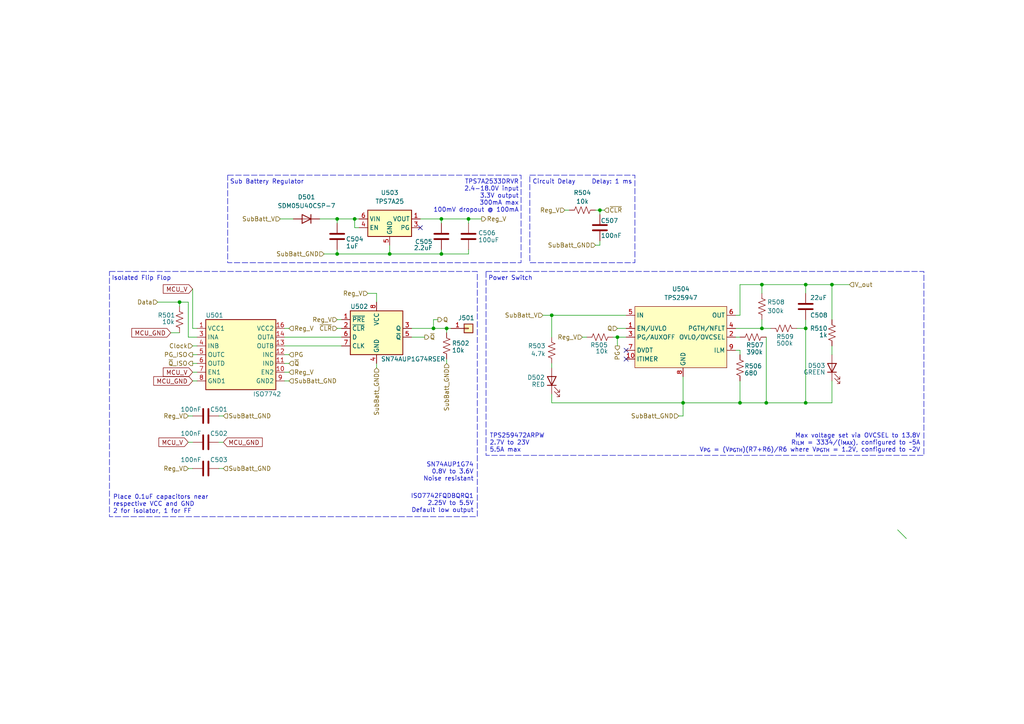
<source format=kicad_sch>
(kicad_sch
	(version 20250114)
	(generator "eeschema")
	(generator_version "9.0")
	(uuid "4e0d2c94-231e-48ec-8f9d-ad97c9025705")
	(paper "A4")
	(title_block
		(title "BAGEL Switch MK1.1")
		(date "2026-01-25")
		(rev "A")
		(company "Illinois Space Society")
		(comment 3 "Thomas McManamen, Chethan Karandikar")
		(comment 4 "Contributors: Lucas Lessard, Pranav Bala, Peter Karlos, Charlie Plater, Kevin Zhao, ")
	)
	(lib_symbols
		(symbol "Connector_Generic:Conn_01x01"
			(pin_names
				(offset 1.016)
				(hide yes)
			)
			(exclude_from_sim no)
			(in_bom yes)
			(on_board yes)
			(property "Reference" "J"
				(at 0 2.54 0)
				(effects
					(font
						(size 1.27 1.27)
					)
				)
			)
			(property "Value" "Conn_01x01"
				(at 0 -2.54 0)
				(effects
					(font
						(size 1.27 1.27)
					)
				)
			)
			(property "Footprint" ""
				(at 0 0 0)
				(effects
					(font
						(size 1.27 1.27)
					)
					(hide yes)
				)
			)
			(property "Datasheet" "~"
				(at 0 0 0)
				(effects
					(font
						(size 1.27 1.27)
					)
					(hide yes)
				)
			)
			(property "Description" "Generic connector, single row, 01x01, script generated (kicad-library-utils/schlib/autogen/connector/)"
				(at 0 0 0)
				(effects
					(font
						(size 1.27 1.27)
					)
					(hide yes)
				)
			)
			(property "ki_keywords" "connector"
				(at 0 0 0)
				(effects
					(font
						(size 1.27 1.27)
					)
					(hide yes)
				)
			)
			(property "ki_fp_filters" "Connector*:*_1x??_*"
				(at 0 0 0)
				(effects
					(font
						(size 1.27 1.27)
					)
					(hide yes)
				)
			)
			(symbol "Conn_01x01_1_1"
				(rectangle
					(start -1.27 1.27)
					(end 1.27 -1.27)
					(stroke
						(width 0.254)
						(type default)
					)
					(fill
						(type background)
					)
				)
				(rectangle
					(start -1.27 0.127)
					(end 0 -0.127)
					(stroke
						(width 0.1524)
						(type default)
					)
					(fill
						(type none)
					)
				)
				(pin passive line
					(at -5.08 0 0)
					(length 3.81)
					(name "Pin_1"
						(effects
							(font
								(size 1.27 1.27)
							)
						)
					)
					(number "1"
						(effects
							(font
								(size 1.27 1.27)
							)
						)
					)
				)
			)
			(embedded_fonts no)
		)
		(symbol "Device:C"
			(pin_numbers
				(hide yes)
			)
			(pin_names
				(offset 0.254)
			)
			(exclude_from_sim no)
			(in_bom yes)
			(on_board yes)
			(property "Reference" "C"
				(at 0.635 2.54 0)
				(effects
					(font
						(size 1.27 1.27)
					)
					(justify left)
				)
			)
			(property "Value" "C"
				(at 0.635 -2.54 0)
				(effects
					(font
						(size 1.27 1.27)
					)
					(justify left)
				)
			)
			(property "Footprint" ""
				(at 0.9652 -3.81 0)
				(effects
					(font
						(size 1.27 1.27)
					)
					(hide yes)
				)
			)
			(property "Datasheet" "~"
				(at 0 0 0)
				(effects
					(font
						(size 1.27 1.27)
					)
					(hide yes)
				)
			)
			(property "Description" "Unpolarized capacitor"
				(at 0 0 0)
				(effects
					(font
						(size 1.27 1.27)
					)
					(hide yes)
				)
			)
			(property "ki_keywords" "cap capacitor"
				(at 0 0 0)
				(effects
					(font
						(size 1.27 1.27)
					)
					(hide yes)
				)
			)
			(property "ki_fp_filters" "C_*"
				(at 0 0 0)
				(effects
					(font
						(size 1.27 1.27)
					)
					(hide yes)
				)
			)
			(symbol "C_0_1"
				(polyline
					(pts
						(xy -2.032 0.762) (xy 2.032 0.762)
					)
					(stroke
						(width 0.508)
						(type default)
					)
					(fill
						(type none)
					)
				)
				(polyline
					(pts
						(xy -2.032 -0.762) (xy 2.032 -0.762)
					)
					(stroke
						(width 0.508)
						(type default)
					)
					(fill
						(type none)
					)
				)
			)
			(symbol "C_1_1"
				(pin passive line
					(at 0 3.81 270)
					(length 2.794)
					(name "~"
						(effects
							(font
								(size 1.27 1.27)
							)
						)
					)
					(number "1"
						(effects
							(font
								(size 1.27 1.27)
							)
						)
					)
				)
				(pin passive line
					(at 0 -3.81 90)
					(length 2.794)
					(name "~"
						(effects
							(font
								(size 1.27 1.27)
							)
						)
					)
					(number "2"
						(effects
							(font
								(size 1.27 1.27)
							)
						)
					)
				)
			)
			(embedded_fonts no)
		)
		(symbol "Device:LED"
			(pin_numbers
				(hide yes)
			)
			(pin_names
				(offset 1.016)
				(hide yes)
			)
			(exclude_from_sim no)
			(in_bom yes)
			(on_board yes)
			(property "Reference" "D"
				(at 0 2.54 0)
				(effects
					(font
						(size 1.27 1.27)
					)
				)
			)
			(property "Value" "LED"
				(at 0 -2.54 0)
				(effects
					(font
						(size 1.27 1.27)
					)
				)
			)
			(property "Footprint" ""
				(at 0 0 0)
				(effects
					(font
						(size 1.27 1.27)
					)
					(hide yes)
				)
			)
			(property "Datasheet" "~"
				(at 0 0 0)
				(effects
					(font
						(size 1.27 1.27)
					)
					(hide yes)
				)
			)
			(property "Description" "Light emitting diode"
				(at 0 0 0)
				(effects
					(font
						(size 1.27 1.27)
					)
					(hide yes)
				)
			)
			(property "Sim.Pins" "1=K 2=A"
				(at 0 0 0)
				(effects
					(font
						(size 1.27 1.27)
					)
					(hide yes)
				)
			)
			(property "ki_keywords" "LED diode"
				(at 0 0 0)
				(effects
					(font
						(size 1.27 1.27)
					)
					(hide yes)
				)
			)
			(property "ki_fp_filters" "LED* LED_SMD:* LED_THT:*"
				(at 0 0 0)
				(effects
					(font
						(size 1.27 1.27)
					)
					(hide yes)
				)
			)
			(symbol "LED_0_1"
				(polyline
					(pts
						(xy -3.048 -0.762) (xy -4.572 -2.286) (xy -3.81 -2.286) (xy -4.572 -2.286) (xy -4.572 -1.524)
					)
					(stroke
						(width 0)
						(type default)
					)
					(fill
						(type none)
					)
				)
				(polyline
					(pts
						(xy -1.778 -0.762) (xy -3.302 -2.286) (xy -2.54 -2.286) (xy -3.302 -2.286) (xy -3.302 -1.524)
					)
					(stroke
						(width 0)
						(type default)
					)
					(fill
						(type none)
					)
				)
				(polyline
					(pts
						(xy -1.27 0) (xy 1.27 0)
					)
					(stroke
						(width 0)
						(type default)
					)
					(fill
						(type none)
					)
				)
				(polyline
					(pts
						(xy -1.27 -1.27) (xy -1.27 1.27)
					)
					(stroke
						(width 0.254)
						(type default)
					)
					(fill
						(type none)
					)
				)
				(polyline
					(pts
						(xy 1.27 -1.27) (xy 1.27 1.27) (xy -1.27 0) (xy 1.27 -1.27)
					)
					(stroke
						(width 0.254)
						(type default)
					)
					(fill
						(type none)
					)
				)
			)
			(symbol "LED_1_1"
				(pin passive line
					(at -3.81 0 0)
					(length 2.54)
					(name "K"
						(effects
							(font
								(size 1.27 1.27)
							)
						)
					)
					(number "1"
						(effects
							(font
								(size 1.27 1.27)
							)
						)
					)
				)
				(pin passive line
					(at 3.81 0 180)
					(length 2.54)
					(name "A"
						(effects
							(font
								(size 1.27 1.27)
							)
						)
					)
					(number "2"
						(effects
							(font
								(size 1.27 1.27)
							)
						)
					)
				)
			)
			(embedded_fonts no)
		)
		(symbol "Device:R_US"
			(pin_numbers
				(hide yes)
			)
			(pin_names
				(offset 0)
			)
			(exclude_from_sim no)
			(in_bom yes)
			(on_board yes)
			(property "Reference" "R"
				(at 2.54 0 90)
				(effects
					(font
						(size 1.27 1.27)
					)
				)
			)
			(property "Value" "R_US"
				(at -2.54 0 90)
				(effects
					(font
						(size 1.27 1.27)
					)
				)
			)
			(property "Footprint" ""
				(at 1.016 -0.254 90)
				(effects
					(font
						(size 1.27 1.27)
					)
					(hide yes)
				)
			)
			(property "Datasheet" "~"
				(at 0 0 0)
				(effects
					(font
						(size 1.27 1.27)
					)
					(hide yes)
				)
			)
			(property "Description" "Resistor, US symbol"
				(at 0 0 0)
				(effects
					(font
						(size 1.27 1.27)
					)
					(hide yes)
				)
			)
			(property "ki_keywords" "R res resistor"
				(at 0 0 0)
				(effects
					(font
						(size 1.27 1.27)
					)
					(hide yes)
				)
			)
			(property "ki_fp_filters" "R_*"
				(at 0 0 0)
				(effects
					(font
						(size 1.27 1.27)
					)
					(hide yes)
				)
			)
			(symbol "R_US_0_1"
				(polyline
					(pts
						(xy 0 2.286) (xy 0 2.54)
					)
					(stroke
						(width 0)
						(type default)
					)
					(fill
						(type none)
					)
				)
				(polyline
					(pts
						(xy 0 2.286) (xy 1.016 1.905) (xy 0 1.524) (xy -1.016 1.143) (xy 0 0.762)
					)
					(stroke
						(width 0)
						(type default)
					)
					(fill
						(type none)
					)
				)
				(polyline
					(pts
						(xy 0 0.762) (xy 1.016 0.381) (xy 0 0) (xy -1.016 -0.381) (xy 0 -0.762)
					)
					(stroke
						(width 0)
						(type default)
					)
					(fill
						(type none)
					)
				)
				(polyline
					(pts
						(xy 0 -0.762) (xy 1.016 -1.143) (xy 0 -1.524) (xy -1.016 -1.905) (xy 0 -2.286)
					)
					(stroke
						(width 0)
						(type default)
					)
					(fill
						(type none)
					)
				)
				(polyline
					(pts
						(xy 0 -2.286) (xy 0 -2.54)
					)
					(stroke
						(width 0)
						(type default)
					)
					(fill
						(type none)
					)
				)
			)
			(symbol "R_US_1_1"
				(pin passive line
					(at 0 3.81 270)
					(length 1.27)
					(name "~"
						(effects
							(font
								(size 1.27 1.27)
							)
						)
					)
					(number "1"
						(effects
							(font
								(size 1.27 1.27)
							)
						)
					)
				)
				(pin passive line
					(at 0 -3.81 90)
					(length 1.27)
					(name "~"
						(effects
							(font
								(size 1.27 1.27)
							)
						)
					)
					(number "2"
						(effects
							(font
								(size 1.27 1.27)
							)
						)
					)
				)
			)
			(embedded_fonts no)
		)
		(symbol "Diode:1N4148WT"
			(pin_numbers
				(hide yes)
			)
			(pin_names
				(hide yes)
			)
			(exclude_from_sim no)
			(in_bom yes)
			(on_board yes)
			(property "Reference" "D"
				(at 0 2.54 0)
				(effects
					(font
						(size 1.27 1.27)
					)
				)
			)
			(property "Value" "1N4148WT"
				(at 0 -2.54 0)
				(effects
					(font
						(size 1.27 1.27)
					)
				)
			)
			(property "Footprint" "Diode_SMD:D_SOD-523"
				(at 0 -4.445 0)
				(effects
					(font
						(size 1.27 1.27)
					)
					(hide yes)
				)
			)
			(property "Datasheet" "https://www.diodes.com/assets/Datasheets/ds30396.pdf"
				(at 0 0 0)
				(effects
					(font
						(size 1.27 1.27)
					)
					(hide yes)
				)
			)
			(property "Description" "75V 0.15A Fast switching Diode, SOD-523"
				(at 0 0 0)
				(effects
					(font
						(size 1.27 1.27)
					)
					(hide yes)
				)
			)
			(property "Sim.Device" "D"
				(at 0 0 0)
				(effects
					(font
						(size 1.27 1.27)
					)
					(hide yes)
				)
			)
			(property "Sim.Pins" "1=K 2=A"
				(at 0 0 0)
				(effects
					(font
						(size 1.27 1.27)
					)
					(hide yes)
				)
			)
			(property "ki_keywords" "diode"
				(at 0 0 0)
				(effects
					(font
						(size 1.27 1.27)
					)
					(hide yes)
				)
			)
			(property "ki_fp_filters" "D*SOD?523*"
				(at 0 0 0)
				(effects
					(font
						(size 1.27 1.27)
					)
					(hide yes)
				)
			)
			(symbol "1N4148WT_0_1"
				(polyline
					(pts
						(xy -1.27 1.27) (xy -1.27 -1.27)
					)
					(stroke
						(width 0.254)
						(type default)
					)
					(fill
						(type none)
					)
				)
				(polyline
					(pts
						(xy 1.27 1.27) (xy 1.27 -1.27) (xy -1.27 0) (xy 1.27 1.27)
					)
					(stroke
						(width 0.254)
						(type default)
					)
					(fill
						(type none)
					)
				)
				(polyline
					(pts
						(xy 1.27 0) (xy -1.27 0)
					)
					(stroke
						(width 0)
						(type default)
					)
					(fill
						(type none)
					)
				)
			)
			(symbol "1N4148WT_1_1"
				(pin passive line
					(at -3.81 0 0)
					(length 2.54)
					(name "K"
						(effects
							(font
								(size 1.27 1.27)
							)
						)
					)
					(number "1"
						(effects
							(font
								(size 1.27 1.27)
							)
						)
					)
				)
				(pin passive line
					(at 3.81 0 180)
					(length 2.54)
					(name "A"
						(effects
							(font
								(size 1.27 1.27)
							)
						)
					)
					(number "2"
						(effects
							(font
								(size 1.27 1.27)
							)
						)
					)
				)
			)
			(embedded_fonts no)
		)
		(symbol "Isolator_Texas:ISO7742"
			(exclude_from_sim no)
			(in_bom yes)
			(on_board yes)
			(property "Reference" "U"
				(at -10.16 11.43 0)
				(effects
					(font
						(size 1.27 1.27)
					)
				)
			)
			(property "Value" "ISO7742"
				(at 6.35 -11.43 0)
				(effects
					(font
						(size 1.27 1.27)
					)
				)
			)
			(property "Footprint" "Package_SO:SSOP-16_3.9x4.9mm_P0.635mm"
				(at 0 -22.86 0)
				(effects
					(font
						(size 1.27 1.27)
						(italic yes)
					)
					(hide yes)
				)
			)
			(property "Datasheet" "https://www.ti.com/lit/ds/symlink/iso7742-q1.pdf"
				(at 0 -22.86 0)
				(effects
					(font
						(size 1.27 1.27)
						(italic yes)
					)
					(hide yes)
				)
			)
			(property "Description" "High-Speed, Robust-EMC Reinforced and Basic Quad-Channel Digital Isolator, SSOP-16"
				(at 0 -22.86 0)
				(effects
					(font
						(size 1.27 1.27)
					)
					(hide yes)
				)
			)
			(property "ki_keywords" "ISO7742 High-Speed Robust-EMC Reinforced and Basic Quad-Channel Digital"
				(at 0 0 0)
				(effects
					(font
						(size 1.27 1.27)
					)
					(hide yes)
				)
			)
			(property "ki_fp_filters" "DBQ16_TEX DBQ16_TEX-M DBQ16_TEX-L"
				(at 0 0 0)
				(effects
					(font
						(size 1.27 1.27)
					)
					(hide yes)
				)
			)
			(symbol "ISO7742_0_1"
				(pin input line
					(at -12.7 5.08 0)
					(length 2.54)
					(name "INA"
						(effects
							(font
								(size 1.27 1.27)
							)
						)
					)
					(number "3"
						(effects
							(font
								(size 1.27 1.27)
							)
						)
					)
				)
				(pin input line
					(at -12.7 2.54 0)
					(length 2.54)
					(name "INB"
						(effects
							(font
								(size 1.27 1.27)
							)
						)
					)
					(number "4"
						(effects
							(font
								(size 1.27 1.27)
							)
						)
					)
				)
				(pin output line
					(at -12.7 -2.54 0)
					(length 2.54)
					(name "OUTD"
						(effects
							(font
								(size 1.27 1.27)
							)
						)
					)
					(number "6"
						(effects
							(font
								(size 1.27 1.27)
							)
						)
					)
				)
				(pin input line
					(at -12.7 -5.08 0)
					(length 2.54)
					(name "EN1"
						(effects
							(font
								(size 1.27 1.27)
							)
						)
					)
					(number "7"
						(effects
							(font
								(size 1.27 1.27)
							)
						)
					)
				)
				(pin power_in line
					(at -12.7 -7.62 0)
					(length 2.54)
					(hide yes)
					(name "GND1"
						(effects
							(font
								(size 1.27 1.27)
							)
						)
					)
					(number "2"
						(effects
							(font
								(size 1.27 1.27)
							)
						)
					)
				)
				(pin power_in line
					(at -12.7 -7.62 0)
					(length 2.54)
					(name "GND1"
						(effects
							(font
								(size 1.27 1.27)
							)
						)
					)
					(number "8"
						(effects
							(font
								(size 1.27 1.27)
							)
						)
					)
				)
				(pin power_in line
					(at 12.7 7.62 180)
					(length 2.54)
					(name "VCC2"
						(effects
							(font
								(size 1.27 1.27)
							)
						)
					)
					(number "16"
						(effects
							(font
								(size 1.27 1.27)
							)
						)
					)
				)
				(pin output line
					(at 12.7 5.08 180)
					(length 2.54)
					(name "OUTA"
						(effects
							(font
								(size 1.27 1.27)
							)
						)
					)
					(number "14"
						(effects
							(font
								(size 1.27 1.27)
							)
						)
					)
				)
				(pin output line
					(at 12.7 2.54 180)
					(length 2.54)
					(name "OUTB"
						(effects
							(font
								(size 1.27 1.27)
							)
						)
					)
					(number "13"
						(effects
							(font
								(size 1.27 1.27)
							)
						)
					)
				)
				(pin input line
					(at 12.7 -2.54 180)
					(length 2.54)
					(name "IND"
						(effects
							(font
								(size 1.27 1.27)
							)
						)
					)
					(number "11"
						(effects
							(font
								(size 1.27 1.27)
							)
						)
					)
				)
				(pin input line
					(at 12.7 -5.08 180)
					(length 2.54)
					(name "EN2"
						(effects
							(font
								(size 1.27 1.27)
							)
						)
					)
					(number "10"
						(effects
							(font
								(size 1.27 1.27)
							)
						)
					)
				)
				(pin power_in line
					(at 12.7 -7.62 180)
					(length 2.54)
					(name "GND2"
						(effects
							(font
								(size 1.27 1.27)
							)
						)
					)
					(number "9"
						(effects
							(font
								(size 1.27 1.27)
							)
						)
					)
				)
			)
			(symbol "ISO7742_1_1"
				(rectangle
					(start -10.16 10.16)
					(end 10.16 -10.16)
					(stroke
						(width 0.254)
						(type default)
					)
					(fill
						(type background)
					)
				)
				(pin power_in line
					(at -12.7 7.62 0)
					(length 2.54)
					(name "VCC1"
						(effects
							(font
								(size 1.27 1.27)
							)
						)
					)
					(number "1"
						(effects
							(font
								(size 1.27 1.27)
							)
						)
					)
				)
				(pin output line
					(at -12.7 0 0)
					(length 2.54)
					(name "OUTC"
						(effects
							(font
								(size 1.27 1.27)
							)
						)
					)
					(number "5"
						(effects
							(font
								(size 1.27 1.27)
							)
						)
					)
				)
				(pin input line
					(at 12.7 0 180)
					(length 2.54)
					(name "INC"
						(effects
							(font
								(size 1.27 1.27)
							)
						)
					)
					(number "12"
						(effects
							(font
								(size 1.27 1.27)
							)
						)
					)
				)
				(pin passive line
					(at 12.7 -7.62 180)
					(length 2.54)
					(hide yes)
					(name "GND2"
						(effects
							(font
								(size 1.27 1.27)
							)
						)
					)
					(number "15"
						(effects
							(font
								(size 1.27 1.27)
							)
						)
					)
				)
			)
			(embedded_fonts no)
		)
		(symbol "Power_eFuse:TPS25947"
			(exclude_from_sim no)
			(in_bom yes)
			(on_board yes)
			(property "Reference" "U"
				(at -13.97 10.16 0)
				(effects
					(font
						(size 1.27 1.27)
					)
				)
			)
			(property "Value" "TPS25947"
				(at 8.255 10.16 0)
				(effects
					(font
						(size 1.27 1.27)
					)
				)
			)
			(property "Footprint" "Package_VQFN:VQFN-HR-RPW0010A"
				(at 0 -17.78 0)
				(effects
					(font
						(size 1.27 1.27)
					)
					(hide yes)
				)
			)
			(property "Datasheet" "https://www.ti.com/lit/ds/symlink/tps25947.pdf"
				(at 0 -20.32 0)
				(effects
					(font
						(size 1.27 1.27)
					)
					(hide yes)
				)
			)
			(property "Description" "2.7V - 23V, 5.5A, 28mOhm, eFuse, Reversue Current and Polarity Blocking, Current Limiting, VQFN-HR"
				(at 0 0 0)
				(effects
					(font
						(size 1.27 1.27)
					)
					(hide yes)
				)
			)
			(property "ki_keywords" "2.7V - 23V 5.5A 28mOhm eFuse Reversue Current and Polarity Blocking Current Limiting VQFN-HR"
				(at 0 0 0)
				(effects
					(font
						(size 1.27 1.27)
					)
					(hide yes)
				)
			)
			(symbol "TPS25947_0_0"
				(pin power_in line
					(at -16.51 6.35 0)
					(length 2.54)
					(name "IN"
						(effects
							(font
								(size 1.27 1.27)
							)
						)
					)
					(number "5"
						(effects
							(font
								(size 1.27 1.27)
							)
						)
					)
				)
				(pin input line
					(at -16.51 2.54 0)
					(length 2.54)
					(name "EN/UVLO"
						(effects
							(font
								(size 1.27 1.27)
							)
						)
					)
					(number "1"
						(effects
							(font
								(size 1.27 1.27)
							)
						)
					)
				)
				(pin output line
					(at -16.51 0 0)
					(length 2.54)
					(name "PG/AUXOFF"
						(effects
							(font
								(size 1.27 1.27)
							)
						)
					)
					(number "3"
						(effects
							(font
								(size 1.27 1.27)
							)
						)
					)
				)
				(pin output line
					(at -16.51 -3.81 0)
					(length 2.54)
					(name "DVDT"
						(effects
							(font
								(size 1.27 1.27)
							)
						)
					)
					(number "7"
						(effects
							(font
								(size 1.27 1.27)
							)
						)
					)
				)
				(pin output line
					(at -16.51 -6.35 0)
					(length 2.54)
					(name "ITIMER"
						(effects
							(font
								(size 1.27 1.27)
							)
						)
					)
					(number "10"
						(effects
							(font
								(size 1.27 1.27)
							)
						)
					)
				)
				(pin input line
					(at 0 -11.43 90)
					(length 2.54)
					(name "GND"
						(effects
							(font
								(size 1.27 1.27)
							)
						)
					)
					(number "8"
						(effects
							(font
								(size 1.27 1.27)
							)
						)
					)
				)
				(pin power_out line
					(at 15.24 6.35 180)
					(length 2.54)
					(name "OUT"
						(effects
							(font
								(size 1.27 1.27)
							)
						)
					)
					(number "6"
						(effects
							(font
								(size 1.27 1.27)
							)
						)
					)
				)
				(pin bidirectional line
					(at 15.24 2.54 180)
					(length 2.54)
					(name "PGTH/NFLT"
						(effects
							(font
								(size 1.27 1.27)
							)
						)
					)
					(number "4"
						(effects
							(font
								(size 1.27 1.27)
							)
						)
					)
				)
				(pin input line
					(at 15.24 0 180)
					(length 2.54)
					(name "OVLO/OVCSEL"
						(effects
							(font
								(size 1.27 1.27)
							)
						)
					)
					(number "2"
						(effects
							(font
								(size 1.27 1.27)
							)
						)
					)
				)
				(pin output line
					(at 15.24 -3.81 180)
					(length 2.54)
					(name "ILM"
						(effects
							(font
								(size 1.27 1.27)
							)
						)
					)
					(number "9"
						(effects
							(font
								(size 1.27 1.27)
							)
						)
					)
				)
			)
			(symbol "TPS25947_0_1"
				(rectangle
					(start -13.97 8.89)
					(end 12.7 -8.89)
					(stroke
						(width 0)
						(type default)
					)
					(fill
						(type background)
					)
				)
			)
			(embedded_fonts no)
		)
		(symbol "Regulator_Texas:TPS7A25"
			(exclude_from_sim no)
			(in_bom yes)
			(on_board yes)
			(property "Reference" "U403"
				(at 1.27 7.62 0)
				(effects
					(font
						(size 1.27 1.27)
					)
				)
			)
			(property "Value" "TPS7A25"
				(at 1.27 5.08 0)
				(effects
					(font
						(size 1.27 1.27)
					)
				)
			)
			(property "Footprint" "Package_SON:WSON-6-1EP_2x2mm_P0.65mm_EP1x1.6mm"
				(at 0 -22.86 0)
				(effects
					(font
						(size 1.27 1.27)
					)
					(hide yes)
				)
			)
			(property "Datasheet" "https://www.ti.com/lit/ds/symlink/tps7a25.pdf"
				(at 26.67 -194.92 0)
				(effects
					(font
						(size 1.27 1.27)
					)
					(justify left top)
					(hide yes)
				)
			)
			(property "Description" "300mA, 18-V, Ultra-Low IQ, Low-Dropout Linear Voltage Regulator With Power-Good, WSON-6"
				(at 0 -22.86 0)
				(effects
					(font
						(size 1.27 1.27)
					)
					(hide yes)
				)
			)
			(property "ki_keywords" "Texas Instruments TI TPS7A25 300-mA, 18-V, Ultra-Low IQ, Low-Dropout Linear Voltage Regulator WSON-6"
				(at 0 0 0)
				(effects
					(font
						(size 1.27 1.27)
					)
					(hide yes)
				)
			)
			(symbol "TPS7A25_1_1"
				(rectangle
					(start -5.08 2.54)
					(end 7.62 -5.08)
					(stroke
						(width 0.254)
						(type default)
					)
					(fill
						(type background)
					)
				)
				(pin power_in line
					(at -7.62 0 0)
					(length 2.54)
					(name "VIN"
						(effects
							(font
								(size 1.27 1.27)
							)
						)
					)
					(number "6"
						(effects
							(font
								(size 1.27 1.27)
							)
						)
					)
				)
				(pin input line
					(at -7.62 -2.54 0)
					(length 2.54)
					(name "EN"
						(effects
							(font
								(size 1.27 1.27)
							)
						)
					)
					(number "4"
						(effects
							(font
								(size 1.27 1.27)
							)
						)
					)
				)
				(pin no_connect line
					(at 0 -5.08 90)
					(length 2.54)
					(hide yes)
					(name "NC"
						(effects
							(font
								(size 1.27 1.27)
							)
						)
					)
					(number "2"
						(effects
							(font
								(size 1.27 1.27)
							)
						)
					)
				)
				(pin power_in line
					(at 1.27 -7.62 90)
					(length 2.54)
					(name "GND"
						(effects
							(font
								(size 1.27 1.27)
							)
						)
					)
					(number "5"
						(effects
							(font
								(size 1.27 1.27)
							)
						)
					)
				)
				(pin passive line
					(at 1.27 -7.62 90)
					(length 2.54)
					(hide yes)
					(name "Thermal"
						(effects
							(font
								(size 1.27 1.27)
							)
						)
					)
					(number "7"
						(effects
							(font
								(size 1.27 1.27)
							)
						)
					)
				)
				(pin power_out line
					(at 10.16 0 180)
					(length 2.54)
					(name "VOUT"
						(effects
							(font
								(size 1.27 1.27)
							)
						)
					)
					(number "1"
						(effects
							(font
								(size 1.27 1.27)
							)
						)
					)
				)
				(pin output line
					(at 10.16 -2.54 180)
					(length 2.54)
					(name "PG"
						(effects
							(font
								(size 1.27 1.27)
							)
						)
					)
					(number "3"
						(effects
							(font
								(size 1.27 1.27)
							)
						)
					)
				)
			)
			(embedded_fonts no)
		)
		(symbol "Texas_Logic:SN74AUP1G74RSER"
			(exclude_from_sim no)
			(in_bom yes)
			(on_board yes)
			(property "Reference" "U"
				(at -10.16 7.62 0)
				(effects
					(font
						(size 1.27 1.27)
					)
				)
			)
			(property "Value" "SN74AUP1G74RSER"
				(at 10.16 -7.62 0)
				(effects
					(font
						(size 1.27 1.27)
					)
				)
			)
			(property "Footprint" "Package_UFQN:UQFN-RSE0008A"
				(at 26.67 -87.3 0)
				(effects
					(font
						(size 1.27 1.27)
					)
					(justify left top)
					(hide yes)
				)
			)
			(property "Datasheet" "https://www.ti.com/lit/ds/symlink/sn74aup1g74.pdf"
				(at 26.67 -187.3 0)
				(effects
					(font
						(size 1.27 1.27)
					)
					(justify left top)
					(hide yes)
				)
			)
			(property "Description" "Low-Power Single Positive-Edge-Triggered D-Type Flip-Flop With Clear and Preset, UQFN-8"
				(at 0 -25.4 0)
				(effects
					(font
						(size 1.27 1.27)
					)
					(hide yes)
				)
			)
			(property "ki_keywords" "SN74AUP1G74RSER Low-Power Single Positive-Edge-Triggered D-Type Flip-Flop With Clear and Preset"
				(at 0 0 0)
				(effects
					(font
						(size 1.27 1.27)
					)
					(hide yes)
				)
			)
			(symbol "SN74AUP1G74RSER_1_1"
				(rectangle
					(start -7.62 6.35)
					(end 7.62 -6.35)
					(stroke
						(width 0.254)
						(type default)
					)
					(fill
						(type background)
					)
				)
				(pin passive line
					(at -10.16 3.81 0)
					(length 2.54)
					(name "~{PRE}"
						(effects
							(font
								(size 1.27 1.27)
							)
						)
					)
					(number "1"
						(effects
							(font
								(size 1.27 1.27)
							)
						)
					)
				)
				(pin passive line
					(at -10.16 1.27 0)
					(length 2.54)
					(name "~{CLR}"
						(effects
							(font
								(size 1.27 1.27)
							)
						)
					)
					(number "2"
						(effects
							(font
								(size 1.27 1.27)
							)
						)
					)
				)
				(pin passive line
					(at -10.16 -1.27 0)
					(length 2.54)
					(name "D"
						(effects
							(font
								(size 1.27 1.27)
							)
						)
					)
					(number "6"
						(effects
							(font
								(size 1.27 1.27)
							)
						)
					)
				)
				(pin passive line
					(at -10.16 -3.81 0)
					(length 2.54)
					(name "CLK"
						(effects
							(font
								(size 1.27 1.27)
							)
						)
					)
					(number "7"
						(effects
							(font
								(size 1.27 1.27)
							)
						)
					)
				)
				(pin passive line
					(at 0 8.89 270)
					(length 2.54)
					(name "VCC"
						(effects
							(font
								(size 1.27 1.27)
							)
						)
					)
					(number "8"
						(effects
							(font
								(size 1.27 1.27)
							)
						)
					)
				)
				(pin passive line
					(at 0 -8.89 90)
					(length 2.54)
					(name "GND"
						(effects
							(font
								(size 1.27 1.27)
							)
						)
					)
					(number "4"
						(effects
							(font
								(size 1.27 1.27)
							)
						)
					)
				)
				(pin passive line
					(at 10.16 1.27 180)
					(length 2.54)
					(name "Q"
						(effects
							(font
								(size 1.27 1.27)
							)
						)
					)
					(number "3"
						(effects
							(font
								(size 1.27 1.27)
							)
						)
					)
				)
				(pin passive line
					(at 10.16 -1.27 180)
					(length 2.54)
					(name "~{Q}"
						(effects
							(font
								(size 1.27 1.27)
							)
						)
					)
					(number "5"
						(effects
							(font
								(size 1.27 1.27)
							)
						)
					)
				)
			)
			(embedded_fonts no)
		)
	)
	(rectangle
		(start 140.97 78.74)
		(end 267.97 132.08)
		(stroke
			(width 0)
			(type dash)
		)
		(fill
			(type none)
		)
		(uuid 04c78363-eb11-4432-8bda-350f1a63b899)
	)
	(rectangle
		(start 31.75 78.74)
		(end 138.43 149.86)
		(stroke
			(width 0)
			(type dash)
		)
		(fill
			(type none)
		)
		(uuid 2b0c377b-1415-4ab4-8e4b-a5fa73663f7e)
	)
	(rectangle
		(start 66.04 50.8)
		(end 151.13 76.2)
		(stroke
			(width 0)
			(type dash)
		)
		(fill
			(type none)
		)
		(uuid a1766b1e-1fdb-490f-bb52-911c4f06eeca)
	)
	(rectangle
		(start 153.67 50.8)
		(end 184.15 76.2)
		(stroke
			(width 0)
			(type dash)
		)
		(fill
			(type none)
		)
		(uuid f886534e-ab72-4336-b334-049d42635895)
	)
	(text "ISO7742FQDBQRQ1\n2.25V to 5.5V\nDefault low output"
		(exclude_from_sim no)
		(at 137.414 146.05 0)
		(effects
			(font
				(size 1.27 1.27)
			)
			(justify right)
		)
		(uuid "04e24f40-4d6e-4e40-b287-a649d1af5d62")
	)
	(text "Circuit Delay"
		(exclude_from_sim no)
		(at 154.432 52.07 0)
		(effects
			(font
				(size 1.27 1.27)
			)
			(justify left top)
		)
		(uuid "570f7086-7ad4-413f-97a4-45c917c8551a")
	)
	(text "Sub Battery Regulator"
		(exclude_from_sim no)
		(at 66.675 52.07 0)
		(effects
			(font
				(size 1.27 1.27)
			)
			(justify left top)
		)
		(uuid "6dd98754-5611-4b88-8712-e47802f961ea")
	)
	(text "Place 0.1uF capacitors near\nrespective VCC and GND\n2 for isolator, 1 for FF"
		(exclude_from_sim no)
		(at 32.766 146.304 0)
		(effects
			(font
				(size 1.27 1.27)
			)
			(justify left)
		)
		(uuid "76576106-690a-4469-9c1f-cc38618fb7c2")
	)
	(text "Isolated Flip Flop\n"
		(exclude_from_sim no)
		(at 32.385 80.01 0)
		(effects
			(font
				(size 1.27 1.27)
			)
			(justify left top)
		)
		(uuid "8944e2cc-1eb1-4d79-a2a1-7cc4fec57498")
	)
	(text "Delay: 1 ms"
		(exclude_from_sim no)
		(at 183.388 52.07 0)
		(effects
			(font
				(size 1.27 1.27)
			)
			(justify right top)
		)
		(uuid "97f3f3c2-85dc-4f1e-95ac-5438722c3d08")
	)
	(text "Max voltage set via OVCSEL to 13.8V\nR_{ILM} = 3334/(I_{MAX}), configured to ~5A\nV_{PG} = (V_{PGTH})(R7+R6)/R6 where V_{PGTH} = 1.2V, configured to ~2V"
		(exclude_from_sim no)
		(at 266.954 125.73 0)
		(effects
			(font
				(size 1.27 1.27)
			)
			(justify right top)
		)
		(uuid "a86872a3-095c-4436-b2e1-9c17cceff661")
	)
	(text "Power Switch"
		(exclude_from_sim no)
		(at 141.605 80.01 0)
		(effects
			(font
				(size 1.27 1.27)
			)
			(justify left top)
		)
		(uuid "c74387ed-29d0-48fe-b93b-7a916fbcb058")
	)
	(text "TPS7A2533DRVR\n2.4-18.0V input\n3.3V output\n300mA max\n100mV dropout @ 100mA"
		(exclude_from_sim no)
		(at 150.495 52.07 0)
		(effects
			(font
				(size 1.27 1.27)
			)
			(justify right top)
		)
		(uuid "d899a155-bfea-4ea7-8710-2d276825f9b8")
	)
	(text "TPS259472ARPW\n2.7V to 23V\n5.5A max"
		(exclude_from_sim no)
		(at 141.986 128.524 0)
		(effects
			(font
				(size 1.27 1.27)
			)
			(justify left)
		)
		(uuid "e586b410-9bd3-45f8-98a3-b9b12bd841fb")
	)
	(text "SN74AUP1G74\n0.8V to 3.6V\nNoise resistant"
		(exclude_from_sim no)
		(at 137.414 136.906 0)
		(effects
			(font
				(size 1.27 1.27)
			)
			(justify right)
		)
		(uuid "e7c29ba3-5e39-44ee-9efa-555deda6b643")
	)
	(junction
		(at 125.73 95.25)
		(diameter 0)
		(color 0 0 0 0)
		(uuid "0ad708f0-70a2-4f8a-a3a8-2eedf77d77a1")
	)
	(junction
		(at 113.03 73.66)
		(diameter 0)
		(color 0 0 0 0)
		(uuid "147c6b80-ee38-465d-8d7a-2ce4416c6036")
	)
	(junction
		(at 160.02 91.44)
		(diameter 0)
		(color 0 0 0 0)
		(uuid "14a3f8ce-4837-4294-9b92-caef011e67bd")
	)
	(junction
		(at 198.12 116.84)
		(diameter 0)
		(color 0 0 0 0)
		(uuid "15e694d4-4161-4b89-948c-62e5f4f00b0f")
	)
	(junction
		(at 241.3 82.55)
		(diameter 0)
		(color 0 0 0 0)
		(uuid "29a81d60-d23f-4be2-b261-9ae0f18b2fce")
	)
	(junction
		(at 220.98 82.55)
		(diameter 0)
		(color 0 0 0 0)
		(uuid "39fba18c-e5d8-4823-88fa-db28033dbad2")
	)
	(junction
		(at 233.68 116.84)
		(diameter 0)
		(color 0 0 0 0)
		(uuid "4cf755a5-6b81-4a2f-aa2e-d421d1c13fd2")
	)
	(junction
		(at 233.68 82.55)
		(diameter 0)
		(color 0 0 0 0)
		(uuid "5309673f-1d49-48f6-8858-9de5a9e7c70f")
	)
	(junction
		(at 97.79 73.66)
		(diameter 0)
		(color 0 0 0 0)
		(uuid "6390834c-5bf6-4bc3-a7c4-d3301d6a0a3d")
	)
	(junction
		(at 222.25 116.84)
		(diameter 0)
		(color 0 0 0 0)
		(uuid "7805290b-041f-4578-9208-3e06f7e4e556")
	)
	(junction
		(at 220.98 95.25)
		(diameter 0)
		(color 0 0 0 0)
		(uuid "7f8aa665-8d1d-4dda-8b8f-abcd2b5421b8")
	)
	(junction
		(at 214.63 116.84)
		(diameter 0)
		(color 0 0 0 0)
		(uuid "80a5e75d-bacf-430e-83fd-7f0db2641fdf")
	)
	(junction
		(at 135.89 63.5)
		(diameter 0)
		(color 0 0 0 0)
		(uuid "80ee362a-1968-4840-9274-64927c608ddf")
	)
	(junction
		(at 97.79 63.5)
		(diameter 0)
		(color 0 0 0 0)
		(uuid "a4f87e00-6678-4b5b-b796-56b645c2ffeb")
	)
	(junction
		(at 52.07 87.63)
		(diameter 0)
		(color 0 0 0 0)
		(uuid "aa3f0951-a21a-4648-9522-39c5b7d55924")
	)
	(junction
		(at 179.07 97.79)
		(diameter 0)
		(color 0 0 0 0)
		(uuid "ab88e3e5-7a94-47e9-9669-b719bc6a47c0")
	)
	(junction
		(at 128.016 73.66)
		(diameter 0)
		(color 0 0 0 0)
		(uuid "b19512de-ab44-4d00-a395-a2742470a424")
	)
	(junction
		(at 128.016 63.5)
		(diameter 0)
		(color 0 0 0 0)
		(uuid "cb1fe81b-9d64-45d3-ad4a-3c14eccd9290")
	)
	(junction
		(at 173.99 60.96)
		(diameter 0)
		(color 0 0 0 0)
		(uuid "e306b576-9ffb-4207-8c8a-f34e2c622416")
	)
	(junction
		(at 129.54 95.25)
		(diameter 0)
		(color 0 0 0 0)
		(uuid "f0299e8b-8b42-4442-b83e-b5e4b7a712b5")
	)
	(junction
		(at 102.87 63.5)
		(diameter 0)
		(color 0 0 0 0)
		(uuid "f268fa26-ff95-4492-90f7-6661f49791c6")
	)
	(junction
		(at 233.68 95.25)
		(diameter 0)
		(color 0 0 0 0)
		(uuid "fe3f5b29-65e4-4ed1-a0f2-2cc4dc315fd2")
	)
	(no_connect
		(at 121.92 66.04)
		(uuid "1a1e53da-9f9e-4d07-8c64-28e38875ff35")
	)
	(no_connect
		(at 181.61 104.14)
		(uuid "4e26f172-a931-4b82-aac5-c32395fdce70")
	)
	(no_connect
		(at 181.61 101.6)
		(uuid "76c7b2e7-6baa-4018-9d66-5a20c9eb9a1b")
	)
	(bus_entry
		(at 260.35 153.67)
		(size 2.54 2.54)
		(stroke
			(width 0)
			(type default)
		)
		(uuid "640cab64-429f-4968-8e5c-f6a9095b60bd")
	)
	(wire
		(pts
			(xy 102.87 63.5) (xy 104.14 63.5)
		)
		(stroke
			(width 0)
			(type default)
		)
		(uuid "0144fbd2-1b52-4d7e-a5e1-8dcda54a58f8")
	)
	(wire
		(pts
			(xy 177.8 97.79) (xy 179.07 97.79)
		)
		(stroke
			(width 0)
			(type default)
		)
		(uuid "024135d6-9b22-48ca-b49f-348e1684a9aa")
	)
	(wire
		(pts
			(xy 54.61 87.63) (xy 54.61 97.79)
		)
		(stroke
			(width 0)
			(type default)
		)
		(uuid "042628eb-0ce0-485c-b33c-64c5fed2f1a9")
	)
	(wire
		(pts
			(xy 55.88 110.49) (xy 57.15 110.49)
		)
		(stroke
			(width 0)
			(type default)
		)
		(uuid "04b8e321-25d4-4ee8-b2d9-bd9be1cbf596")
	)
	(wire
		(pts
			(xy 241.3 82.55) (xy 241.3 92.71)
		)
		(stroke
			(width 0)
			(type default)
		)
		(uuid "0a0fb811-7cb7-472a-80a6-98ef615401ef")
	)
	(wire
		(pts
			(xy 81.28 63.5) (xy 85.09 63.5)
		)
		(stroke
			(width 0)
			(type default)
		)
		(uuid "0b71e2d8-fb73-439b-bf0c-eed84cd50698")
	)
	(wire
		(pts
			(xy 179.07 95.25) (xy 181.61 95.25)
		)
		(stroke
			(width 0)
			(type default)
		)
		(uuid "0d295cba-f4ad-4911-8bb2-038715200b3d")
	)
	(wire
		(pts
			(xy 198.12 109.22) (xy 198.12 116.84)
		)
		(stroke
			(width 0)
			(type default)
		)
		(uuid "0d5ef1aa-a3af-47ab-883a-7e2a541ef0b0")
	)
	(wire
		(pts
			(xy 220.98 92.71) (xy 220.98 95.25)
		)
		(stroke
			(width 0)
			(type default)
		)
		(uuid "0dba6ca2-4888-475e-a4b4-9cea5044990a")
	)
	(wire
		(pts
			(xy 113.03 73.66) (xy 128.016 73.66)
		)
		(stroke
			(width 0)
			(type default)
		)
		(uuid "0e8fb4ed-4495-4662-81ca-c6bdaf952d52")
	)
	(wire
		(pts
			(xy 233.68 92.71) (xy 233.68 95.25)
		)
		(stroke
			(width 0)
			(type default)
		)
		(uuid "0f598bc7-0e76-41c7-b08e-f1d85c075f1c")
	)
	(wire
		(pts
			(xy 214.63 116.84) (xy 222.25 116.84)
		)
		(stroke
			(width 0)
			(type default)
		)
		(uuid "0ff5824f-fb0c-4424-92ee-f04353ac5123")
	)
	(wire
		(pts
			(xy 82.55 100.33) (xy 99.06 100.33)
		)
		(stroke
			(width 0)
			(type default)
		)
		(uuid "12c39e35-9f10-49db-a54e-30175233ba6a")
	)
	(wire
		(pts
			(xy 168.91 97.79) (xy 170.18 97.79)
		)
		(stroke
			(width 0)
			(type default)
		)
		(uuid "1a302833-0ab3-4ead-871a-6ee0e57f1c9e")
	)
	(wire
		(pts
			(xy 52.07 87.63) (xy 52.07 88.9)
		)
		(stroke
			(width 0)
			(type default)
		)
		(uuid "1e86c0ca-539e-4d0c-9797-40892eb67a22")
	)
	(wire
		(pts
			(xy 214.63 91.44) (xy 214.63 82.55)
		)
		(stroke
			(width 0)
			(type default)
		)
		(uuid "2005287c-58ff-412b-9eab-e8c411b0975a")
	)
	(wire
		(pts
			(xy 125.73 95.25) (xy 129.54 95.25)
		)
		(stroke
			(width 0)
			(type default)
		)
		(uuid "2270b69e-579e-4565-93ac-bb014eeaf1b8")
	)
	(wire
		(pts
			(xy 231.14 95.25) (xy 233.68 95.25)
		)
		(stroke
			(width 0)
			(type default)
		)
		(uuid "249609e1-8048-4f5d-a213-5cc7fcdbd60a")
	)
	(wire
		(pts
			(xy 129.54 95.25) (xy 130.81 95.25)
		)
		(stroke
			(width 0)
			(type default)
		)
		(uuid "24967592-b597-4150-860e-10ca0ceaaca5")
	)
	(wire
		(pts
			(xy 52.07 87.63) (xy 54.61 87.63)
		)
		(stroke
			(width 0)
			(type default)
		)
		(uuid "24a41603-d9e4-4f1e-8aa3-6630e8dad9b2")
	)
	(wire
		(pts
			(xy 82.55 102.87) (xy 83.82 102.87)
		)
		(stroke
			(width 0)
			(type default)
		)
		(uuid "2673433e-8eaf-476d-9421-f11533ed6e79")
	)
	(wire
		(pts
			(xy 160.02 116.84) (xy 198.12 116.84)
		)
		(stroke
			(width 0)
			(type default)
		)
		(uuid "286db632-f96a-4d93-9dee-d6c5dcfae691")
	)
	(wire
		(pts
			(xy 97.79 72.39) (xy 97.79 73.66)
		)
		(stroke
			(width 0)
			(type default)
		)
		(uuid "2ddf21e9-7be4-481d-97a6-cd88c5b81252")
	)
	(wire
		(pts
			(xy 196.85 120.65) (xy 198.12 120.65)
		)
		(stroke
			(width 0)
			(type default)
		)
		(uuid "2e1457e8-dcd0-4d7e-b6d1-9ad1c1f39159")
	)
	(wire
		(pts
			(xy 233.68 82.55) (xy 233.68 85.09)
		)
		(stroke
			(width 0)
			(type default)
		)
		(uuid "2e8f3e40-42fe-4de6-a2bf-d2d541fa80c1")
	)
	(wire
		(pts
			(xy 172.72 71.12) (xy 173.99 71.12)
		)
		(stroke
			(width 0)
			(type default)
		)
		(uuid "306f715e-6a23-45e8-ae15-cb8919d1aeb4")
	)
	(wire
		(pts
			(xy 82.55 107.95) (xy 83.82 107.95)
		)
		(stroke
			(width 0)
			(type default)
		)
		(uuid "3305698c-fe34-463c-b863-1cc5ff6b4cf0")
	)
	(wire
		(pts
			(xy 83.82 95.25) (xy 82.55 95.25)
		)
		(stroke
			(width 0)
			(type default)
		)
		(uuid "3495a3b2-03f3-4f42-add4-739067d1db50")
	)
	(wire
		(pts
			(xy 82.55 110.49) (xy 83.82 110.49)
		)
		(stroke
			(width 0)
			(type default)
		)
		(uuid "35c96078-3ef6-4451-851b-cc22e98937e5")
	)
	(wire
		(pts
			(xy 241.3 82.55) (xy 246.38 82.55)
		)
		(stroke
			(width 0)
			(type default)
		)
		(uuid "37336cdc-1cb3-4a75-ba39-da0af3ec3c7a")
	)
	(wire
		(pts
			(xy 55.88 100.33) (xy 57.15 100.33)
		)
		(stroke
			(width 0)
			(type default)
		)
		(uuid "374eb082-101f-4245-b305-304aa2dcfd32")
	)
	(wire
		(pts
			(xy 113.03 71.12) (xy 113.03 73.66)
		)
		(stroke
			(width 0)
			(type default)
		)
		(uuid "38d2ee8f-0f4f-4cd5-a92c-c9eeffab0c9e")
	)
	(wire
		(pts
			(xy 97.79 73.66) (xy 113.03 73.66)
		)
		(stroke
			(width 0)
			(type default)
		)
		(uuid "3953e2cd-3d45-492d-99ec-cb3b0c0f852f")
	)
	(wire
		(pts
			(xy 220.98 95.25) (xy 223.52 95.25)
		)
		(stroke
			(width 0)
			(type default)
		)
		(uuid "39ba8697-963b-4334-a618-a474b8cfcaa6")
	)
	(wire
		(pts
			(xy 233.68 82.55) (xy 241.3 82.55)
		)
		(stroke
			(width 0)
			(type default)
		)
		(uuid "3dc7bfc7-3c1c-48cd-80f3-a521f604c353")
	)
	(wire
		(pts
			(xy 233.68 95.25) (xy 233.68 116.84)
		)
		(stroke
			(width 0)
			(type default)
		)
		(uuid "40ec5bd6-e8bc-4893-b6a0-4ded4f13f9d1")
	)
	(wire
		(pts
			(xy 214.63 91.44) (xy 213.36 91.44)
		)
		(stroke
			(width 0)
			(type default)
		)
		(uuid "44719d50-fee5-4245-91cd-ba38d6a139c4")
	)
	(wire
		(pts
			(xy 55.88 105.41) (xy 57.15 105.41)
		)
		(stroke
			(width 0)
			(type default)
		)
		(uuid "44fd91d3-63fd-4257-8c8e-22fc08cb167b")
	)
	(wire
		(pts
			(xy 214.63 101.6) (xy 214.63 102.87)
		)
		(stroke
			(width 0)
			(type default)
		)
		(uuid "47d25924-2e30-4b96-a06b-1ea443aa878b")
	)
	(wire
		(pts
			(xy 82.55 105.41) (xy 83.82 105.41)
		)
		(stroke
			(width 0)
			(type default)
		)
		(uuid "496d3797-9d3b-4895-8185-0ce907f541da")
	)
	(wire
		(pts
			(xy 128.016 63.5) (xy 135.89 63.5)
		)
		(stroke
			(width 0)
			(type default)
		)
		(uuid "49d7b0cc-5aa6-41e6-b80a-a6ad0de4b99c")
	)
	(wire
		(pts
			(xy 173.99 60.96) (xy 173.99 62.23)
		)
		(stroke
			(width 0)
			(type default)
		)
		(uuid "4a696f5c-e925-46f2-8bcb-ea37b504dd48")
	)
	(wire
		(pts
			(xy 198.12 120.65) (xy 198.12 116.84)
		)
		(stroke
			(width 0)
			(type default)
		)
		(uuid "4c7d223c-3f9f-48ac-842c-306d6738d582")
	)
	(wire
		(pts
			(xy 54.61 135.89) (xy 55.88 135.89)
		)
		(stroke
			(width 0)
			(type default)
		)
		(uuid "4cc39f61-3495-4555-b566-62a8f0da45fa")
	)
	(wire
		(pts
			(xy 55.88 107.95) (xy 57.15 107.95)
		)
		(stroke
			(width 0)
			(type default)
		)
		(uuid "4dc74286-27c7-4ad9-b059-c46d238d6cd1")
	)
	(wire
		(pts
			(xy 97.79 92.71) (xy 99.06 92.71)
		)
		(stroke
			(width 0)
			(type default)
		)
		(uuid "523189d8-6107-4746-92be-6a324673a5ea")
	)
	(wire
		(pts
			(xy 233.68 116.84) (xy 241.3 116.84)
		)
		(stroke
			(width 0)
			(type default)
		)
		(uuid "554f2228-2b68-4a44-b2e9-a64443e1f7fb")
	)
	(wire
		(pts
			(xy 119.38 95.25) (xy 125.73 95.25)
		)
		(stroke
			(width 0)
			(type default)
		)
		(uuid "59c84f49-7d6f-4f3f-be4a-7dba82d6fd3f")
	)
	(wire
		(pts
			(xy 64.77 120.65) (xy 63.5 120.65)
		)
		(stroke
			(width 0)
			(type default)
		)
		(uuid "5af8b79d-c769-44c9-a1b7-000d24b20197")
	)
	(wire
		(pts
			(xy 102.87 66.04) (xy 102.87 63.5)
		)
		(stroke
			(width 0)
			(type default)
		)
		(uuid "5c4ee9d3-4b00-4316-8f0e-f7c318bcc8a4")
	)
	(wire
		(pts
			(xy 55.88 102.87) (xy 57.15 102.87)
		)
		(stroke
			(width 0)
			(type default)
		)
		(uuid "5d05d213-6869-4ba6-a39f-f40c60c285d8")
	)
	(wire
		(pts
			(xy 241.3 100.33) (xy 241.3 102.87)
		)
		(stroke
			(width 0)
			(type default)
		)
		(uuid "5e9ef9ff-d296-4612-8f2b-1768a1c277da")
	)
	(wire
		(pts
			(xy 214.63 110.49) (xy 214.63 116.84)
		)
		(stroke
			(width 0)
			(type default)
		)
		(uuid "5ea21e93-ec9a-4a83-97a7-0b7186f9ae33")
	)
	(wire
		(pts
			(xy 241.3 116.84) (xy 241.3 110.49)
		)
		(stroke
			(width 0)
			(type default)
		)
		(uuid "5f454a5c-3ef8-45fa-8fd6-134e102f9bc0")
	)
	(wire
		(pts
			(xy 163.83 60.96) (xy 165.1 60.96)
		)
		(stroke
			(width 0)
			(type default)
		)
		(uuid "5fbf59b2-01aa-47cd-bd56-73236d693533")
	)
	(wire
		(pts
			(xy 104.14 66.04) (xy 102.87 66.04)
		)
		(stroke
			(width 0)
			(type default)
		)
		(uuid "60b2b1c4-7acd-44d2-9cfd-2531ee40da99")
	)
	(wire
		(pts
			(xy 160.02 91.44) (xy 157.48 91.44)
		)
		(stroke
			(width 0)
			(type default)
		)
		(uuid "61839265-bd59-4b11-b157-ea0c0099c43b")
	)
	(wire
		(pts
			(xy 49.53 96.52) (xy 52.07 96.52)
		)
		(stroke
			(width 0)
			(type default)
		)
		(uuid "63573f9b-f661-45d2-a4d0-c3df84457cd8")
	)
	(wire
		(pts
			(xy 179.07 97.79) (xy 181.61 97.79)
		)
		(stroke
			(width 0)
			(type default)
		)
		(uuid "656ca002-47ac-46cc-99b7-4f10166e441b")
	)
	(wire
		(pts
			(xy 160.02 114.3) (xy 160.02 116.84)
		)
		(stroke
			(width 0)
			(type default)
		)
		(uuid "66bb49aa-b1a8-4ed8-b748-82883d7b6607")
	)
	(wire
		(pts
			(xy 121.92 63.5) (xy 128.016 63.5)
		)
		(stroke
			(width 0)
			(type default)
		)
		(uuid "6831b592-ac8c-4f91-822a-3c69eb1f49f9")
	)
	(wire
		(pts
			(xy 128.016 63.5) (xy 128.016 64.77)
		)
		(stroke
			(width 0)
			(type default)
		)
		(uuid "6a339c09-b9ff-4985-9305-eb31c4a8493d")
	)
	(wire
		(pts
			(xy 106.68 85.09) (xy 109.22 85.09)
		)
		(stroke
			(width 0)
			(type default)
		)
		(uuid "709324fe-dcdb-4494-8e4d-2156b93012d6")
	)
	(wire
		(pts
			(xy 54.61 128.27) (xy 55.88 128.27)
		)
		(stroke
			(width 0)
			(type default)
		)
		(uuid "720e7d4d-b429-4902-8076-5463082e7f29")
	)
	(wire
		(pts
			(xy 135.89 73.66) (xy 128.016 73.66)
		)
		(stroke
			(width 0)
			(type default)
		)
		(uuid "77f16c6e-4eab-4ca4-b543-f36934bb57b1")
	)
	(wire
		(pts
			(xy 125.73 95.25) (xy 125.73 92.71)
		)
		(stroke
			(width 0)
			(type default)
		)
		(uuid "78dc695b-e78a-4804-b59e-7a1d26155a4f")
	)
	(wire
		(pts
			(xy 64.77 128.27) (xy 63.5 128.27)
		)
		(stroke
			(width 0)
			(type default)
		)
		(uuid "79122b57-a221-4640-9aa3-979cdfe8b1f4")
	)
	(wire
		(pts
			(xy 54.61 97.79) (xy 57.15 97.79)
		)
		(stroke
			(width 0)
			(type default)
		)
		(uuid "79283401-c2ad-4b8b-b6e6-d949db996ed4")
	)
	(wire
		(pts
			(xy 139.7 63.5) (xy 135.89 63.5)
		)
		(stroke
			(width 0)
			(type default)
		)
		(uuid "7ddd83c3-6ed0-4108-97d3-65ec970ef902")
	)
	(wire
		(pts
			(xy 119.38 97.79) (xy 123.19 97.79)
		)
		(stroke
			(width 0)
			(type default)
		)
		(uuid "7f37e116-c1b9-4e7f-920b-8da1614e8f02")
	)
	(wire
		(pts
			(xy 173.99 71.12) (xy 173.99 69.85)
		)
		(stroke
			(width 0)
			(type default)
		)
		(uuid "80e8f00d-afd1-428c-a343-03aefa2f1502")
	)
	(wire
		(pts
			(xy 135.89 64.77) (xy 135.89 63.5)
		)
		(stroke
			(width 0)
			(type default)
		)
		(uuid "8472c3e5-e377-4165-baa2-ffc12d11a1cd")
	)
	(wire
		(pts
			(xy 55.88 83.82) (xy 55.88 95.25)
		)
		(stroke
			(width 0)
			(type default)
		)
		(uuid "84c1107a-4c68-4bf8-9969-c063c0a4f807")
	)
	(wire
		(pts
			(xy 160.02 105.41) (xy 160.02 106.68)
		)
		(stroke
			(width 0)
			(type default)
		)
		(uuid "8d3c969b-5b19-40e3-bdef-8f04376f8400")
	)
	(wire
		(pts
			(xy 179.07 97.79) (xy 179.07 100.33)
		)
		(stroke
			(width 0)
			(type default)
		)
		(uuid "8e424602-8601-4d88-98ba-ea4a75878478")
	)
	(wire
		(pts
			(xy 55.88 95.25) (xy 57.15 95.25)
		)
		(stroke
			(width 0)
			(type default)
		)
		(uuid "91b42809-8f9f-41d0-82c7-d83f3183d967")
	)
	(wire
		(pts
			(xy 54.61 120.65) (xy 55.88 120.65)
		)
		(stroke
			(width 0)
			(type default)
		)
		(uuid "932d9a79-c369-4d54-9c95-fba4f10661a0")
	)
	(wire
		(pts
			(xy 173.99 60.96) (xy 175.26 60.96)
		)
		(stroke
			(width 0)
			(type default)
		)
		(uuid "95cb5ea3-69a1-4341-9e83-72369067f1e8")
	)
	(wire
		(pts
			(xy 128.016 72.39) (xy 128.016 73.66)
		)
		(stroke
			(width 0)
			(type default)
		)
		(uuid "95db6420-1a1d-40b4-837a-0c94bb656918")
	)
	(wire
		(pts
			(xy 97.79 63.5) (xy 97.79 64.77)
		)
		(stroke
			(width 0)
			(type default)
		)
		(uuid "96638cf7-e057-41f0-ad53-956158d7e6e1")
	)
	(wire
		(pts
			(xy 97.79 63.5) (xy 102.87 63.5)
		)
		(stroke
			(width 0)
			(type default)
		)
		(uuid "988f496c-29a4-4b67-9f80-7a38101a7095")
	)
	(wire
		(pts
			(xy 160.02 91.44) (xy 181.61 91.44)
		)
		(stroke
			(width 0)
			(type default)
		)
		(uuid "98e17d50-46f1-4de5-b7e2-2e9e057cbffe")
	)
	(wire
		(pts
			(xy 222.25 97.79) (xy 222.25 116.84)
		)
		(stroke
			(width 0)
			(type default)
		)
		(uuid "9d04a140-e1e9-437a-aa5b-1b61693da076")
	)
	(wire
		(pts
			(xy 109.22 106.68) (xy 109.22 105.41)
		)
		(stroke
			(width 0)
			(type default)
		)
		(uuid "a2e9ab9e-8b61-4f27-ba0a-8da053475abe")
	)
	(wire
		(pts
			(xy 220.98 82.55) (xy 220.98 85.09)
		)
		(stroke
			(width 0)
			(type default)
		)
		(uuid "a97252e4-68ad-4dde-b789-ac090841d33c")
	)
	(wire
		(pts
			(xy 64.77 135.89) (xy 63.5 135.89)
		)
		(stroke
			(width 0)
			(type default)
		)
		(uuid "aa3c6c94-9fba-4d9a-91df-8a77ce849492")
	)
	(wire
		(pts
			(xy 129.54 104.14) (xy 129.54 105.41)
		)
		(stroke
			(width 0)
			(type default)
		)
		(uuid "abc55c5a-8cc7-42ea-a2ff-2b17c9fc681f")
	)
	(wire
		(pts
			(xy 93.98 73.66) (xy 97.79 73.66)
		)
		(stroke
			(width 0)
			(type default)
		)
		(uuid "ac00843a-3efd-46d0-9532-9a0652b37e7a")
	)
	(wire
		(pts
			(xy 213.36 97.79) (xy 214.63 97.79)
		)
		(stroke
			(width 0)
			(type default)
		)
		(uuid "afa1290d-05c1-43f4-b4f2-1391ad2d488d")
	)
	(wire
		(pts
			(xy 109.22 85.09) (xy 109.22 87.63)
		)
		(stroke
			(width 0)
			(type default)
		)
		(uuid "b3d065b1-e9cc-4e83-bdef-a9e6876d1c99")
	)
	(wire
		(pts
			(xy 213.36 95.25) (xy 220.98 95.25)
		)
		(stroke
			(width 0)
			(type default)
		)
		(uuid "b45d840d-8d1f-4f3b-83ba-17777ad7dd29")
	)
	(wire
		(pts
			(xy 45.72 87.63) (xy 52.07 87.63)
		)
		(stroke
			(width 0)
			(type default)
		)
		(uuid "bcbd133b-f447-4399-88f6-63109d070a9b")
	)
	(wire
		(pts
			(xy 214.63 82.55) (xy 220.98 82.55)
		)
		(stroke
			(width 0)
			(type default)
		)
		(uuid "befbdf20-7106-4bf2-b7a8-1dd199840fe9")
	)
	(wire
		(pts
			(xy 222.25 116.84) (xy 233.68 116.84)
		)
		(stroke
			(width 0)
			(type default)
		)
		(uuid "c382d750-cf19-4d82-a87b-caed26ff7a8d")
	)
	(wire
		(pts
			(xy 129.54 96.52) (xy 129.54 95.25)
		)
		(stroke
			(width 0)
			(type default)
		)
		(uuid "c68be9ca-4fbd-45a4-9732-42da1b94b07a")
	)
	(wire
		(pts
			(xy 220.98 82.55) (xy 233.68 82.55)
		)
		(stroke
			(width 0)
			(type default)
		)
		(uuid "d0dc2471-9ef3-41b3-b3eb-54a3dfed581b")
	)
	(wire
		(pts
			(xy 92.71 63.5) (xy 97.79 63.5)
		)
		(stroke
			(width 0)
			(type default)
		)
		(uuid "d237f86b-7c7a-4263-b3a2-e5472b9073db")
	)
	(wire
		(pts
			(xy 97.79 95.25) (xy 99.06 95.25)
		)
		(stroke
			(width 0)
			(type default)
		)
		(uuid "d5b4cfec-3722-4a90-a37e-6aa5efbd123f")
	)
	(wire
		(pts
			(xy 172.72 60.96) (xy 173.99 60.96)
		)
		(stroke
			(width 0)
			(type default)
		)
		(uuid "d93d5795-4a2a-4922-9738-74a2995c162e")
	)
	(wire
		(pts
			(xy 213.36 101.6) (xy 214.63 101.6)
		)
		(stroke
			(width 0)
			(type default)
		)
		(uuid "e7533c5d-c7e1-4511-af33-5056a26de53c")
	)
	(wire
		(pts
			(xy 82.55 97.79) (xy 99.06 97.79)
		)
		(stroke
			(width 0)
			(type default)
		)
		(uuid "ec5ae9c9-8313-4cf7-a273-ac1c7d747a75")
	)
	(wire
		(pts
			(xy 160.02 91.44) (xy 160.02 97.79)
		)
		(stroke
			(width 0)
			(type default)
		)
		(uuid "ee2efc27-8267-442b-aa55-53bc97ba7218")
	)
	(wire
		(pts
			(xy 125.73 92.71) (xy 127 92.71)
		)
		(stroke
			(width 0)
			(type default)
		)
		(uuid "f648d8f5-2cd8-434b-aa5c-f4e1850933d4")
	)
	(wire
		(pts
			(xy 198.12 116.84) (xy 214.63 116.84)
		)
		(stroke
			(width 0)
			(type default)
		)
		(uuid "fdbafa3b-7247-4781-b528-1d1591a72c69")
	)
	(wire
		(pts
			(xy 135.89 72.39) (xy 135.89 73.66)
		)
		(stroke
			(width 0)
			(type default)
		)
		(uuid "fe6aa5dd-4897-43c0-83af-63fc7faf7655")
	)
	(global_label "MCU_GND"
		(shape input)
		(at 55.88 110.49 180)
		(fields_autoplaced yes)
		(effects
			(font
				(size 1.27 1.27)
			)
			(justify right)
		)
		(uuid "30215328-3162-441e-8c80-a6e49154570e")
		(property "Intersheetrefs" "${INTERSHEET_REFS}"
			(at 44.0048 110.49 0)
			(effects
				(font
					(size 1.27 1.27)
				)
				(justify right)
				(hide yes)
			)
		)
	)
	(global_label "MCU_V"
		(shape input)
		(at 54.61 128.27 180)
		(fields_autoplaced yes)
		(effects
			(font
				(size 1.27 1.27)
			)
			(justify right)
		)
		(uuid "9df924f2-e34e-4dd5-8df2-541458f53fa0")
		(property "Intersheetrefs" "${INTERSHEET_REFS}"
			(at 45.5167 128.27 0)
			(effects
				(font
					(size 1.27 1.27)
				)
				(justify right)
				(hide yes)
			)
		)
	)
	(global_label "MCU_GND"
		(shape input)
		(at 49.53 96.52 180)
		(fields_autoplaced yes)
		(effects
			(font
				(size 1.27 1.27)
			)
			(justify right)
		)
		(uuid "b4262a1d-7b78-410f-aa41-059efe832a04")
		(property "Intersheetrefs" "${INTERSHEET_REFS}"
			(at 37.6548 96.52 0)
			(effects
				(font
					(size 1.27 1.27)
				)
				(justify right)
				(hide yes)
			)
		)
	)
	(global_label "MCU_GND"
		(shape input)
		(at 64.77 128.27 0)
		(fields_autoplaced yes)
		(effects
			(font
				(size 1.27 1.27)
			)
			(justify left)
		)
		(uuid "bd5f50c5-6008-40b0-8129-4bb154c2febe")
		(property "Intersheetrefs" "${INTERSHEET_REFS}"
			(at 76.6452 128.27 0)
			(effects
				(font
					(size 1.27 1.27)
				)
				(justify left)
				(hide yes)
			)
		)
	)
	(global_label "MCU_V"
		(shape input)
		(at 55.88 83.82 180)
		(fields_autoplaced yes)
		(effects
			(font
				(size 1.27 1.27)
			)
			(justify right)
		)
		(uuid "c2cdc156-2c4e-4ff7-a22f-3f14355f3728")
		(property "Intersheetrefs" "${INTERSHEET_REFS}"
			(at 46.7867 83.82 0)
			(effects
				(font
					(size 1.27 1.27)
				)
				(justify right)
				(hide yes)
			)
		)
	)
	(global_label "MCU_V"
		(shape input)
		(at 55.88 107.95 180)
		(fields_autoplaced yes)
		(effects
			(font
				(size 1.27 1.27)
			)
			(justify right)
		)
		(uuid "d0e7a160-8659-42ff-936b-0d7c6a9e54cd")
		(property "Intersheetrefs" "${INTERSHEET_REFS}"
			(at 46.7867 107.95 0)
			(effects
				(font
					(size 1.27 1.27)
				)
				(justify right)
				(hide yes)
			)
		)
	)
	(hierarchical_label "V_out"
		(shape input)
		(at 246.38 82.55 0)
		(effects
			(font
				(size 1.27 1.27)
			)
			(justify left)
		)
		(uuid "02ca24cc-c4d5-4ca2-acc5-8de271210562")
	)
	(hierarchical_label "Reg_V"
		(shape input)
		(at 168.91 97.79 180)
		(effects
			(font
				(size 1.27 1.27)
			)
			(justify right)
		)
		(uuid "02d2b3f9-71f2-47f9-af65-ebe3c663d471")
	)
	(hierarchical_label "Q"
		(shape output)
		(at 127 92.71 0)
		(effects
			(font
				(size 1.27 1.27)
			)
			(justify left)
		)
		(uuid "0d1f6773-22e7-4359-b569-a18d131109e9")
	)
	(hierarchical_label "SubBatt_GND"
		(shape input)
		(at 196.85 120.65 180)
		(effects
			(font
				(size 1.27 1.27)
			)
			(justify right)
		)
		(uuid "0f5fb26e-aeff-49e4-bcbe-37cb87de3ecb")
	)
	(hierarchical_label "SubBatt_GND"
		(shape input)
		(at 83.82 110.49 0)
		(effects
			(font
				(size 1.27 1.27)
			)
			(justify left)
		)
		(uuid "10613b79-90c6-4612-94e1-60a7a5325d1a")
	)
	(hierarchical_label "Data"
		(shape input)
		(at 45.72 87.63 180)
		(effects
			(font
				(size 1.27 1.27)
			)
			(justify right)
		)
		(uuid "22f192f4-edd0-4c6b-9640-7af542cf23f1")
	)
	(hierarchical_label "~{CLR}"
		(shape input)
		(at 97.79 95.25 180)
		(effects
			(font
				(size 1.27 1.27)
			)
			(justify right)
		)
		(uuid "55d94f61-9f29-4293-9bd4-93c9de57a7d3")
	)
	(hierarchical_label "~{Q}_ISO"
		(shape output)
		(at 55.88 105.41 180)
		(effects
			(font
				(size 1.27 1.27)
			)
			(justify right)
		)
		(uuid "5b168858-8c92-4f2e-afc8-17bd4025205e")
	)
	(hierarchical_label "~{Q}"
		(shape input)
		(at 83.82 105.41 0)
		(effects
			(font
				(size 1.27 1.27)
			)
			(justify left)
		)
		(uuid "5cce8ec2-e5ca-40d5-837c-0dc0be6228e1")
	)
	(hierarchical_label "SubBatt_V"
		(shape input)
		(at 157.48 91.44 180)
		(effects
			(font
				(size 1.27 1.27)
			)
			(justify right)
		)
		(uuid "630f5a8e-f99f-48bf-9006-5130c86da2be")
	)
	(hierarchical_label "SubBatt_GND"
		(shape input)
		(at 64.77 120.65 0)
		(effects
			(font
				(size 1.27 1.27)
			)
			(justify left)
		)
		(uuid "64364af7-e899-4c28-b30b-328bd9fdf7df")
	)
	(hierarchical_label "SubBatt_GND"
		(shape input)
		(at 172.72 71.12 180)
		(effects
			(font
				(size 1.27 1.27)
			)
			(justify right)
		)
		(uuid "67459b65-b12c-4694-bf4d-5bbf41f15d9f")
	)
	(hierarchical_label "PG"
		(shape input)
		(at 83.82 102.87 0)
		(effects
			(font
				(size 1.27 1.27)
			)
			(justify left)
		)
		(uuid "8647faf9-c465-48e9-9d12-2a389aa93cd7")
	)
	(hierarchical_label "SubBatt_GND"
		(shape input)
		(at 109.22 106.68 270)
		(effects
			(font
				(size 1.27 1.27)
			)
			(justify right)
		)
		(uuid "86905e10-82e3-496e-8f4d-e8d0e481f6bb")
	)
	(hierarchical_label "Reg_V"
		(shape input)
		(at 83.82 95.25 0)
		(effects
			(font
				(size 1.27 1.27)
			)
			(justify left)
		)
		(uuid "87baee17-dc65-4b38-85fa-fca08b749a60")
	)
	(hierarchical_label "Reg_V"
		(shape input)
		(at 83.82 107.95 0)
		(effects
			(font
				(size 1.27 1.27)
			)
			(justify left)
		)
		(uuid "8b4fdce1-0b02-44b1-862f-4a801414e30e")
	)
	(hierarchical_label "PG"
		(shape output)
		(at 179.07 100.33 270)
		(effects
			(font
				(size 1.27 1.27)
			)
			(justify right)
		)
		(uuid "8c7d3586-ea4b-447b-ae22-ef071ecc1535")
	)
	(hierarchical_label "Reg_V"
		(shape input)
		(at 54.61 120.65 180)
		(effects
			(font
				(size 1.27 1.27)
			)
			(justify right)
		)
		(uuid "8d70dab1-36f2-44d2-9fdd-a0b05c229c39")
	)
	(hierarchical_label "SubBatt_V"
		(shape input)
		(at 81.28 63.5 180)
		(effects
			(font
				(size 1.27 1.27)
			)
			(justify right)
		)
		(uuid "99641766-672e-4e39-a38d-866c7248f1b6")
	)
	(hierarchical_label "Reg_V"
		(shape input)
		(at 163.83 60.96 180)
		(effects
			(font
				(size 1.27 1.27)
			)
			(justify right)
		)
		(uuid "a05d4242-a22a-4164-a461-3c3dd4bc230a")
	)
	(hierarchical_label "Reg_V"
		(shape output)
		(at 139.7 63.5 0)
		(effects
			(font
				(size 1.27 1.27)
			)
			(justify left)
		)
		(uuid "b316c33b-b0c4-4d7f-9d54-635cb19be5ab")
	)
	(hierarchical_label "Reg_V"
		(shape input)
		(at 54.61 135.89 180)
		(effects
			(font
				(size 1.27 1.27)
			)
			(justify right)
		)
		(uuid "bddc73f9-54e0-4983-b68e-448ed5fae831")
	)
	(hierarchical_label "Reg_V"
		(shape input)
		(at 106.68 85.09 180)
		(effects
			(font
				(size 1.27 1.27)
			)
			(justify right)
		)
		(uuid "c02de01c-bcf4-4dd9-9873-4d5480620386")
	)
	(hierarchical_label "Q"
		(shape input)
		(at 179.07 95.25 180)
		(effects
			(font
				(size 1.27 1.27)
			)
			(justify right)
		)
		(uuid "c564b48a-7e08-40d2-81da-90a5f508c162")
	)
	(hierarchical_label "SubBatt_GND"
		(shape input)
		(at 129.54 105.41 270)
		(effects
			(font
				(size 1.27 1.27)
			)
			(justify right)
		)
		(uuid "c6d299c8-4efd-4e41-9ca9-6f2d526e20ed")
	)
	(hierarchical_label "PG_ISO"
		(shape output)
		(at 55.88 102.87 180)
		(effects
			(font
				(size 1.27 1.27)
			)
			(justify right)
		)
		(uuid "c731f430-3245-430f-8d04-12396156d992")
	)
	(hierarchical_label "SubBatt_GND"
		(shape input)
		(at 93.98 73.66 180)
		(effects
			(font
				(size 1.27 1.27)
			)
			(justify right)
		)
		(uuid "d0653a3b-922d-4f27-906b-9f0e604e0659")
	)
	(hierarchical_label "~{CLR}"
		(shape input)
		(at 175.26 60.96 0)
		(effects
			(font
				(size 1.27 1.27)
			)
			(justify left)
		)
		(uuid "d7de5b5d-f523-4221-8fea-a33e736eaa33")
	)
	(hierarchical_label "Clock"
		(shape input)
		(at 55.88 100.33 180)
		(effects
			(font
				(size 1.27 1.27)
			)
			(justify right)
		)
		(uuid "e257c8b9-1a50-43e2-a055-910a205b1083")
	)
	(hierarchical_label "SubBatt_GND"
		(shape input)
		(at 64.77 135.89 0)
		(effects
			(font
				(size 1.27 1.27)
			)
			(justify left)
		)
		(uuid "e8d5e990-833d-4f7a-86aa-fd1e45b37688")
	)
	(hierarchical_label "Reg_V"
		(shape input)
		(at 97.79 92.71 180)
		(effects
			(font
				(size 1.27 1.27)
			)
			(justify right)
		)
		(uuid "ee284e35-eae1-40b3-96fb-6d841f3065ec")
	)
	(hierarchical_label "~{Q}"
		(shape output)
		(at 123.19 97.79 0)
		(effects
			(font
				(size 1.27 1.27)
			)
			(justify left)
		)
		(uuid "f3369326-e809-46a3-bc8b-5c88c3c0f905")
	)
	(symbol
		(lib_id "Device:C")
		(at 59.69 135.89 90)
		(unit 1)
		(exclude_from_sim no)
		(in_bom yes)
		(on_board yes)
		(dnp no)
		(uuid "069d33b5-ab78-4ca1-89a4-aaf901cf4423")
		(property "Reference" "C203"
			(at 66.04 133.35 90)
			(effects
				(font
					(size 1.27 1.27)
				)
				(justify left)
			)
		)
		(property "Value" "100nF"
			(at 58.42 133.35 90)
			(effects
				(font
					(size 1.27 1.27)
				)
				(justify left)
			)
		)
		(property "Footprint" "Capacitor_SMD:C_0402_1005Metric"
			(at 63.5 134.9248 0)
			(effects
				(font
					(size 1.27 1.27)
				)
				(hide yes)
			)
		)
		(property "Datasheet" "~"
			(at 59.69 135.89 0)
			(effects
				(font
					(size 1.27 1.27)
				)
				(hide yes)
			)
		)
		(property "Description" "Unpolarized capacitor"
			(at 59.69 135.89 0)
			(effects
				(font
					(size 1.27 1.27)
				)
				(hide yes)
			)
		)
		(pin "2"
			(uuid "85ea1549-8cb1-4c56-9427-0d6db15d6e43")
		)
		(pin "1"
			(uuid "ba78d3f2-7046-4d22-9643-e74a15b3a88e")
		)
		(instances
			(project "BAGEL-MK1.1-revA"
				(path "/27fcebe4-2fb8-4847-92ca-f98a7b250261/15a21824-79c6-47d6-a41a-b9b2bd129494"
					(reference "C503")
					(unit 1)
				)
				(path "/27fcebe4-2fb8-4847-92ca-f98a7b250261/45ca43cf-9205-45e2-bcb1-32eaf00b7b94"
					(reference "C703")
					(unit 1)
				)
				(path "/27fcebe4-2fb8-4847-92ca-f98a7b250261/56d78097-89c3-4556-81ae-23498a8916af"
					(reference "C403")
					(unit 1)
				)
				(path "/27fcebe4-2fb8-4847-92ca-f98a7b250261/8e3a5a3f-5101-4844-8ff0-2d449cbf34c4"
					(reference "C203")
					(unit 1)
				)
				(path "/27fcebe4-2fb8-4847-92ca-f98a7b250261/d50c5ab9-eb8a-471c-a174-5c7a06bde746"
					(reference "C603")
					(unit 1)
				)
				(path "/27fcebe4-2fb8-4847-92ca-f98a7b250261/fc3dd1b0-5427-49d6-9933-f7620c77188b"
					(reference "C303")
					(unit 1)
				)
			)
		)
	)
	(symbol
		(lib_id "Device:C")
		(at 233.68 88.9 0)
		(unit 1)
		(exclude_from_sim no)
		(in_bom yes)
		(on_board yes)
		(dnp no)
		(uuid "11c7c648-4d11-4928-9f6e-7d7afddda95e")
		(property "Reference" "C208"
			(at 234.95 91.44 0)
			(effects
				(font
					(size 1.27 1.27)
				)
				(justify left)
			)
		)
		(property "Value" "22uF"
			(at 234.95 86.36 0)
			(effects
				(font
					(size 1.27 1.27)
				)
				(justify left)
			)
		)
		(property "Footprint" "Capacitor_SMD:C_0805_2012Metric"
			(at 234.6452 92.71 0)
			(effects
				(font
					(size 1.27 1.27)
				)
				(hide yes)
			)
		)
		(property "Datasheet" "~"
			(at 233.68 88.9 0)
			(effects
				(font
					(size 1.27 1.27)
				)
				(hide yes)
			)
		)
		(property "Description" "Unpolarized capacitor"
			(at 233.68 88.9 0)
			(effects
				(font
					(size 1.27 1.27)
				)
				(hide yes)
			)
		)
		(pin "1"
			(uuid "8cc46c2a-0ff7-44c0-b8c1-8d58d4814692")
		)
		(pin "2"
			(uuid "782401f4-e794-4961-b66d-4a43f3036f77")
		)
		(instances
			(project "BAGEL-MK1.1-revA"
				(path "/27fcebe4-2fb8-4847-92ca-f98a7b250261/15a21824-79c6-47d6-a41a-b9b2bd129494"
					(reference "C508")
					(unit 1)
				)
				(path "/27fcebe4-2fb8-4847-92ca-f98a7b250261/45ca43cf-9205-45e2-bcb1-32eaf00b7b94"
					(reference "C708")
					(unit 1)
				)
				(path "/27fcebe4-2fb8-4847-92ca-f98a7b250261/56d78097-89c3-4556-81ae-23498a8916af"
					(reference "C408")
					(unit 1)
				)
				(path "/27fcebe4-2fb8-4847-92ca-f98a7b250261/8e3a5a3f-5101-4844-8ff0-2d449cbf34c4"
					(reference "C208")
					(unit 1)
				)
				(path "/27fcebe4-2fb8-4847-92ca-f98a7b250261/d50c5ab9-eb8a-471c-a174-5c7a06bde746"
					(reference "C608")
					(unit 1)
				)
				(path "/27fcebe4-2fb8-4847-92ca-f98a7b250261/fc3dd1b0-5427-49d6-9933-f7620c77188b"
					(reference "C308")
					(unit 1)
				)
			)
		)
	)
	(symbol
		(lib_id "Device:R_US")
		(at 218.44 97.79 90)
		(unit 1)
		(exclude_from_sim no)
		(in_bom yes)
		(on_board yes)
		(dnp no)
		(uuid "12a429d6-11dc-4af6-ba74-6142105fb0c7")
		(property "Reference" "R207"
			(at 216.408 100.076 90)
			(effects
				(font
					(size 1.27 1.27)
				)
				(justify right)
			)
		)
		(property "Value" "390k"
			(at 216.408 102.108 90)
			(effects
				(font
					(size 1.27 1.27)
				)
				(justify right)
			)
		)
		(property "Footprint" "Resistor_SMD:R_0402_1005Metric"
			(at 218.694 96.774 90)
			(effects
				(font
					(size 1.27 1.27)
				)
				(hide yes)
			)
		)
		(property "Datasheet" "~"
			(at 218.44 97.79 0)
			(effects
				(font
					(size 1.27 1.27)
				)
				(hide yes)
			)
		)
		(property "Description" "Resistor, US symbol"
			(at 218.44 97.79 0)
			(effects
				(font
					(size 1.27 1.27)
				)
				(hide yes)
			)
		)
		(pin "2"
			(uuid "1eab3be4-0563-44a7-8ed7-c698c2af6132")
		)
		(pin "1"
			(uuid "d3b81780-c5c1-470d-a14b-51e886e7a05d")
		)
		(instances
			(project "BAGEL-MK1.1-revA"
				(path "/27fcebe4-2fb8-4847-92ca-f98a7b250261/15a21824-79c6-47d6-a41a-b9b2bd129494"
					(reference "R507")
					(unit 1)
				)
				(path "/27fcebe4-2fb8-4847-92ca-f98a7b250261/45ca43cf-9205-45e2-bcb1-32eaf00b7b94"
					(reference "R707")
					(unit 1)
				)
				(path "/27fcebe4-2fb8-4847-92ca-f98a7b250261/56d78097-89c3-4556-81ae-23498a8916af"
					(reference "R407")
					(unit 1)
				)
				(path "/27fcebe4-2fb8-4847-92ca-f98a7b250261/8e3a5a3f-5101-4844-8ff0-2d449cbf34c4"
					(reference "R207")
					(unit 1)
				)
				(path "/27fcebe4-2fb8-4847-92ca-f98a7b250261/d50c5ab9-eb8a-471c-a174-5c7a06bde746"
					(reference "R607")
					(unit 1)
				)
				(path "/27fcebe4-2fb8-4847-92ca-f98a7b250261/fc3dd1b0-5427-49d6-9933-f7620c77188b"
					(reference "R307")
					(unit 1)
				)
			)
		)
	)
	(symbol
		(lib_id "Device:C")
		(at 173.99 66.04 180)
		(unit 1)
		(exclude_from_sim no)
		(in_bom yes)
		(on_board yes)
		(dnp no)
		(uuid "1d13b7c0-64b6-44db-9bae-7f9e6a3d3b5d")
		(property "Reference" "C207"
			(at 179.324 64.008 0)
			(effects
				(font
					(size 1.27 1.27)
				)
				(justify left)
			)
		)
		(property "Value" "100nF"
			(at 180.34 68.326 0)
			(effects
				(font
					(size 1.27 1.27)
				)
				(justify left)
			)
		)
		(property "Footprint" "Capacitor_SMD:C_0402_1005Metric"
			(at 173.0248 62.23 0)
			(effects
				(font
					(size 1.27 1.27)
				)
				(hide yes)
			)
		)
		(property "Datasheet" "~"
			(at 173.99 66.04 0)
			(effects
				(font
					(size 1.27 1.27)
				)
				(hide yes)
			)
		)
		(property "Description" "Unpolarized capacitor"
			(at 173.99 66.04 0)
			(effects
				(font
					(size 1.27 1.27)
				)
				(hide yes)
			)
		)
		(pin "2"
			(uuid "bf9fc00d-a870-4c9c-87de-2e1489bae9f2")
		)
		(pin "1"
			(uuid "9625f250-bc3a-49bf-9767-84086d80a2b7")
		)
		(instances
			(project "BAGEL-MK1.1-revA"
				(path "/27fcebe4-2fb8-4847-92ca-f98a7b250261/15a21824-79c6-47d6-a41a-b9b2bd129494"
					(reference "C507")
					(unit 1)
				)
				(path "/27fcebe4-2fb8-4847-92ca-f98a7b250261/45ca43cf-9205-45e2-bcb1-32eaf00b7b94"
					(reference "C707")
					(unit 1)
				)
				(path "/27fcebe4-2fb8-4847-92ca-f98a7b250261/56d78097-89c3-4556-81ae-23498a8916af"
					(reference "C407")
					(unit 1)
				)
				(path "/27fcebe4-2fb8-4847-92ca-f98a7b250261/8e3a5a3f-5101-4844-8ff0-2d449cbf34c4"
					(reference "C207")
					(unit 1)
				)
				(path "/27fcebe4-2fb8-4847-92ca-f98a7b250261/d50c5ab9-eb8a-471c-a174-5c7a06bde746"
					(reference "C607")
					(unit 1)
				)
				(path "/27fcebe4-2fb8-4847-92ca-f98a7b250261/fc3dd1b0-5427-49d6-9933-f7620c77188b"
					(reference "C307")
					(unit 1)
				)
			)
		)
	)
	(symbol
		(lib_id "Device:C")
		(at 97.79 68.58 0)
		(unit 1)
		(exclude_from_sim no)
		(in_bom yes)
		(on_board yes)
		(dnp no)
		(uuid "1f75ef26-5331-4c8c-974d-75ef6b4665b0")
		(property "Reference" "C204"
			(at 100.33 69.342 0)
			(effects
				(font
					(size 1.27 1.27)
				)
				(justify left)
			)
		)
		(property "Value" "1uF"
			(at 100.33 71.374 0)
			(effects
				(font
					(size 1.27 1.27)
				)
				(justify left)
			)
		)
		(property "Footprint" "Capacitor_SMD:C_0402_1005Metric"
			(at 98.7552 72.39 0)
			(effects
				(font
					(size 1.27 1.27)
				)
				(hide yes)
			)
		)
		(property "Datasheet" "~"
			(at 97.79 68.58 0)
			(effects
				(font
					(size 1.27 1.27)
				)
				(hide yes)
			)
		)
		(property "Description" "Unpolarized capacitor"
			(at 97.79 68.58 0)
			(effects
				(font
					(size 1.27 1.27)
				)
				(hide yes)
			)
		)
		(pin "2"
			(uuid "2f8b114e-780b-46b8-845e-6bb47f2d3211")
		)
		(pin "1"
			(uuid "b62be080-7386-42e6-beba-30c67f7e9714")
		)
		(instances
			(project "BAGEL-MK1.1-revA"
				(path "/27fcebe4-2fb8-4847-92ca-f98a7b250261/15a21824-79c6-47d6-a41a-b9b2bd129494"
					(reference "C504")
					(unit 1)
				)
				(path "/27fcebe4-2fb8-4847-92ca-f98a7b250261/45ca43cf-9205-45e2-bcb1-32eaf00b7b94"
					(reference "C704")
					(unit 1)
				)
				(path "/27fcebe4-2fb8-4847-92ca-f98a7b250261/56d78097-89c3-4556-81ae-23498a8916af"
					(reference "C404")
					(unit 1)
				)
				(path "/27fcebe4-2fb8-4847-92ca-f98a7b250261/8e3a5a3f-5101-4844-8ff0-2d449cbf34c4"
					(reference "C204")
					(unit 1)
				)
				(path "/27fcebe4-2fb8-4847-92ca-f98a7b250261/d50c5ab9-eb8a-471c-a174-5c7a06bde746"
					(reference "C604")
					(unit 1)
				)
				(path "/27fcebe4-2fb8-4847-92ca-f98a7b250261/fc3dd1b0-5427-49d6-9933-f7620c77188b"
					(reference "C304")
					(unit 1)
				)
			)
		)
	)
	(symbol
		(lib_id "Device:C")
		(at 59.69 128.27 90)
		(unit 1)
		(exclude_from_sim no)
		(in_bom yes)
		(on_board yes)
		(dnp no)
		(uuid "2612afea-e188-4fdd-a1ff-aacad084047d")
		(property "Reference" "C202"
			(at 66.04 125.73 90)
			(effects
				(font
					(size 1.27 1.27)
				)
				(justify left)
			)
		)
		(property "Value" "100nF"
			(at 58.42 125.73 90)
			(effects
				(font
					(size 1.27 1.27)
				)
				(justify left)
			)
		)
		(property "Footprint" "Capacitor_SMD:C_0402_1005Metric"
			(at 63.5 127.3048 0)
			(effects
				(font
					(size 1.27 1.27)
				)
				(hide yes)
			)
		)
		(property "Datasheet" "~"
			(at 59.69 128.27 0)
			(effects
				(font
					(size 1.27 1.27)
				)
				(hide yes)
			)
		)
		(property "Description" "Unpolarized capacitor"
			(at 59.69 128.27 0)
			(effects
				(font
					(size 1.27 1.27)
				)
				(hide yes)
			)
		)
		(pin "2"
			(uuid "3f18a396-595c-4803-97d8-ecfce9299b9d")
		)
		(pin "1"
			(uuid "0b1e95a4-4eb4-487c-ac87-c9e2a6d17fd5")
		)
		(instances
			(project "BAGEL-MK1.1-revA"
				(path "/27fcebe4-2fb8-4847-92ca-f98a7b250261/15a21824-79c6-47d6-a41a-b9b2bd129494"
					(reference "C502")
					(unit 1)
				)
				(path "/27fcebe4-2fb8-4847-92ca-f98a7b250261/45ca43cf-9205-45e2-bcb1-32eaf00b7b94"
					(reference "C702")
					(unit 1)
				)
				(path "/27fcebe4-2fb8-4847-92ca-f98a7b250261/56d78097-89c3-4556-81ae-23498a8916af"
					(reference "C402")
					(unit 1)
				)
				(path "/27fcebe4-2fb8-4847-92ca-f98a7b250261/8e3a5a3f-5101-4844-8ff0-2d449cbf34c4"
					(reference "C202")
					(unit 1)
				)
				(path "/27fcebe4-2fb8-4847-92ca-f98a7b250261/d50c5ab9-eb8a-471c-a174-5c7a06bde746"
					(reference "C602")
					(unit 1)
				)
				(path "/27fcebe4-2fb8-4847-92ca-f98a7b250261/fc3dd1b0-5427-49d6-9933-f7620c77188b"
					(reference "C302")
					(unit 1)
				)
			)
		)
	)
	(symbol
		(lib_id "Device:C")
		(at 135.89 68.58 0)
		(unit 1)
		(exclude_from_sim no)
		(in_bom yes)
		(on_board yes)
		(dnp no)
		(uuid "35fc6160-db22-4280-bf91-af5732f3fae8")
		(property "Reference" "C206"
			(at 138.684 67.564 0)
			(effects
				(font
					(size 1.27 1.27)
				)
				(justify left)
			)
		)
		(property "Value" "100uF"
			(at 138.684 69.596 0)
			(effects
				(font
					(size 1.27 1.27)
				)
				(justify left)
			)
		)
		(property "Footprint" "Capacitor_SMD:C_0805_2012Metric"
			(at 136.8552 72.39 0)
			(effects
				(font
					(size 1.27 1.27)
				)
				(hide yes)
			)
		)
		(property "Datasheet" "~"
			(at 135.89 68.58 0)
			(effects
				(font
					(size 1.27 1.27)
				)
				(hide yes)
			)
		)
		(property "Description" "Unpolarized capacitor"
			(at 135.89 68.58 0)
			(effects
				(font
					(size 1.27 1.27)
				)
				(hide yes)
			)
		)
		(pin "2"
			(uuid "1a323ced-0fb1-4f31-8348-9b143d63943f")
		)
		(pin "1"
			(uuid "3efa8fb7-de6c-4e4d-9adb-a297181a2f3d")
		)
		(instances
			(project "BAGEL-MK1.1-revA"
				(path "/27fcebe4-2fb8-4847-92ca-f98a7b250261/15a21824-79c6-47d6-a41a-b9b2bd129494"
					(reference "C506")
					(unit 1)
				)
				(path "/27fcebe4-2fb8-4847-92ca-f98a7b250261/45ca43cf-9205-45e2-bcb1-32eaf00b7b94"
					(reference "C706")
					(unit 1)
				)
				(path "/27fcebe4-2fb8-4847-92ca-f98a7b250261/56d78097-89c3-4556-81ae-23498a8916af"
					(reference "C406")
					(unit 1)
				)
				(path "/27fcebe4-2fb8-4847-92ca-f98a7b250261/8e3a5a3f-5101-4844-8ff0-2d449cbf34c4"
					(reference "C206")
					(unit 1)
				)
				(path "/27fcebe4-2fb8-4847-92ca-f98a7b250261/d50c5ab9-eb8a-471c-a174-5c7a06bde746"
					(reference "C606")
					(unit 1)
				)
				(path "/27fcebe4-2fb8-4847-92ca-f98a7b250261/fc3dd1b0-5427-49d6-9933-f7620c77188b"
					(reference "C306")
					(unit 1)
				)
			)
		)
	)
	(symbol
		(lib_id "Diode:1N4148WT")
		(at 88.9 63.5 180)
		(unit 1)
		(exclude_from_sim no)
		(in_bom yes)
		(on_board yes)
		(dnp no)
		(fields_autoplaced yes)
		(uuid "405f10cb-02f3-4ab7-9a0b-b07518d9b3a2")
		(property "Reference" "D201"
			(at 88.9 57.15 0)
			(effects
				(font
					(size 1.27 1.27)
				)
			)
		)
		(property "Value" "SDM05U40CSP-7"
			(at 88.9 59.69 0)
			(effects
				(font
					(size 1.27 1.27)
				)
			)
		)
		(property "Footprint" "Diode_SMD:D_SOD-882"
			(at 88.9 59.055 0)
			(effects
				(font
					(size 1.27 1.27)
				)
				(hide yes)
			)
		)
		(property "Datasheet" "https://www.diodes.com/assets/Datasheets/ds30396.pdf"
			(at 88.9 63.5 0)
			(effects
				(font
					(size 1.27 1.27)
				)
				(hide yes)
			)
		)
		(property "Description" "75V 0.15A Fast switching Diode, SOD-523"
			(at 88.9 63.5 0)
			(effects
				(font
					(size 1.27 1.27)
				)
				(hide yes)
			)
		)
		(property "Sim.Device" "D"
			(at 88.9 63.5 0)
			(effects
				(font
					(size 1.27 1.27)
				)
				(hide yes)
			)
		)
		(property "Sim.Pins" "1=K 2=A"
			(at 88.9 63.5 0)
			(effects
				(font
					(size 1.27 1.27)
				)
				(hide yes)
			)
		)
		(pin "2"
			(uuid "2381b60c-5683-4685-82fe-c93de9d2f127")
		)
		(pin "1"
			(uuid "1de255cf-7a3e-49e2-b6e6-70de39574f0a")
		)
		(instances
			(project "BAGEL-MK1.1-revA"
				(path "/27fcebe4-2fb8-4847-92ca-f98a7b250261/15a21824-79c6-47d6-a41a-b9b2bd129494"
					(reference "D501")
					(unit 1)
				)
				(path "/27fcebe4-2fb8-4847-92ca-f98a7b250261/45ca43cf-9205-45e2-bcb1-32eaf00b7b94"
					(reference "D701")
					(unit 1)
				)
				(path "/27fcebe4-2fb8-4847-92ca-f98a7b250261/56d78097-89c3-4556-81ae-23498a8916af"
					(reference "D401")
					(unit 1)
				)
				(path "/27fcebe4-2fb8-4847-92ca-f98a7b250261/8e3a5a3f-5101-4844-8ff0-2d449cbf34c4"
					(reference "D201")
					(unit 1)
				)
				(path "/27fcebe4-2fb8-4847-92ca-f98a7b250261/d50c5ab9-eb8a-471c-a174-5c7a06bde746"
					(reference "D601")
					(unit 1)
				)
				(path "/27fcebe4-2fb8-4847-92ca-f98a7b250261/fc3dd1b0-5427-49d6-9933-f7620c77188b"
					(reference "D301")
					(unit 1)
				)
			)
		)
	)
	(symbol
		(lib_id "Device:R_US")
		(at 129.54 100.33 180)
		(unit 1)
		(exclude_from_sim no)
		(in_bom yes)
		(on_board yes)
		(dnp no)
		(uuid "415405df-c3e9-4ce2-b706-e795e68972cb")
		(property "Reference" "R202"
			(at 131.064 99.568 0)
			(effects
				(font
					(size 1.27 1.27)
				)
				(justify right)
			)
		)
		(property "Value" "10k"
			(at 131.064 101.6 0)
			(effects
				(font
					(size 1.27 1.27)
				)
				(justify right)
			)
		)
		(property "Footprint" "Resistor_SMD:R_0402_1005Metric"
			(at 128.524 100.076 90)
			(effects
				(font
					(size 1.27 1.27)
				)
				(hide yes)
			)
		)
		(property "Datasheet" "~"
			(at 129.54 100.33 0)
			(effects
				(font
					(size 1.27 1.27)
				)
				(hide yes)
			)
		)
		(property "Description" "Resistor, US symbol"
			(at 129.54 100.33 0)
			(effects
				(font
					(size 1.27 1.27)
				)
				(hide yes)
			)
		)
		(pin "2"
			(uuid "0a8e626e-7d8d-49e8-9f75-608b89271b59")
		)
		(pin "1"
			(uuid "2873c9fc-2e0f-4985-abda-4a9df0b00e9f")
		)
		(instances
			(project "BAGEL-MK1.1-revA"
				(path "/27fcebe4-2fb8-4847-92ca-f98a7b250261/15a21824-79c6-47d6-a41a-b9b2bd129494"
					(reference "R502")
					(unit 1)
				)
				(path "/27fcebe4-2fb8-4847-92ca-f98a7b250261/45ca43cf-9205-45e2-bcb1-32eaf00b7b94"
					(reference "R702")
					(unit 1)
				)
				(path "/27fcebe4-2fb8-4847-92ca-f98a7b250261/56d78097-89c3-4556-81ae-23498a8916af"
					(reference "R402")
					(unit 1)
				)
				(path "/27fcebe4-2fb8-4847-92ca-f98a7b250261/8e3a5a3f-5101-4844-8ff0-2d449cbf34c4"
					(reference "R202")
					(unit 1)
				)
				(path "/27fcebe4-2fb8-4847-92ca-f98a7b250261/d50c5ab9-eb8a-471c-a174-5c7a06bde746"
					(reference "R602")
					(unit 1)
				)
				(path "/27fcebe4-2fb8-4847-92ca-f98a7b250261/fc3dd1b0-5427-49d6-9933-f7620c77188b"
					(reference "R302")
					(unit 1)
				)
			)
		)
	)
	(symbol
		(lib_id "Device:LED")
		(at 241.3 106.68 90)
		(unit 1)
		(exclude_from_sim no)
		(in_bom yes)
		(on_board yes)
		(dnp no)
		(uuid "430e9dd5-b7c6-47bf-ab15-1badfc2915b9")
		(property "Reference" "D203"
			(at 239.395 106.045 90)
			(effects
				(font
					(size 1.27 1.27)
				)
				(justify left)
			)
		)
		(property "Value" "GREEN"
			(at 239.395 107.95 90)
			(effects
				(font
					(size 1.27 1.27)
				)
				(justify left)
			)
		)
		(property "Footprint" "LED_SMD:LED_0603_1608Metric"
			(at 241.3 106.68 0)
			(effects
				(font
					(size 1.27 1.27)
				)
				(hide yes)
			)
		)
		(property "Datasheet" "~"
			(at 241.3 106.68 0)
			(effects
				(font
					(size 1.27 1.27)
				)
				(hide yes)
			)
		)
		(property "Description" "Light emitting diode"
			(at 241.3 106.68 0)
			(effects
				(font
					(size 1.27 1.27)
				)
				(hide yes)
			)
		)
		(property "Sim.Pins" "1=K 2=A"
			(at 241.3 106.68 0)
			(effects
				(font
					(size 1.27 1.27)
				)
				(hide yes)
			)
		)
		(pin "2"
			(uuid "a4a00c0e-99a0-45bd-883d-b8b046c4252f")
		)
		(pin "1"
			(uuid "2baf04e6-c27a-4e3d-b776-e04a293873af")
		)
		(instances
			(project "BAGEL-MK1.1-revA"
				(path "/27fcebe4-2fb8-4847-92ca-f98a7b250261/15a21824-79c6-47d6-a41a-b9b2bd129494"
					(reference "D503")
					(unit 1)
				)
				(path "/27fcebe4-2fb8-4847-92ca-f98a7b250261/45ca43cf-9205-45e2-bcb1-32eaf00b7b94"
					(reference "D703")
					(unit 1)
				)
				(path "/27fcebe4-2fb8-4847-92ca-f98a7b250261/56d78097-89c3-4556-81ae-23498a8916af"
					(reference "D403")
					(unit 1)
				)
				(path "/27fcebe4-2fb8-4847-92ca-f98a7b250261/8e3a5a3f-5101-4844-8ff0-2d449cbf34c4"
					(reference "D203")
					(unit 1)
				)
				(path "/27fcebe4-2fb8-4847-92ca-f98a7b250261/d50c5ab9-eb8a-471c-a174-5c7a06bde746"
					(reference "D603")
					(unit 1)
				)
				(path "/27fcebe4-2fb8-4847-92ca-f98a7b250261/fc3dd1b0-5427-49d6-9933-f7620c77188b"
					(reference "D303")
					(unit 1)
				)
			)
		)
	)
	(symbol
		(lib_id "Power_eFuse:TPS25947")
		(at 198.12 97.79 0)
		(unit 1)
		(exclude_from_sim no)
		(in_bom yes)
		(on_board yes)
		(dnp no)
		(fields_autoplaced yes)
		(uuid "44b0d4c9-51c8-43a8-a41a-ef33751830d0")
		(property "Reference" "U204"
			(at 197.485 83.82 0)
			(effects
				(font
					(size 1.27 1.27)
				)
			)
		)
		(property "Value" "TPS25947"
			(at 197.485 86.36 0)
			(effects
				(font
					(size 1.27 1.27)
				)
			)
		)
		(property "Footprint" "Package_VQFN:VQFN-HR-RPW0010A"
			(at 198.12 115.57 0)
			(effects
				(font
					(size 1.27 1.27)
				)
				(hide yes)
			)
		)
		(property "Datasheet" "https://www.ti.com/lit/ds/symlink/tps25947.pdf"
			(at 198.12 118.11 0)
			(effects
				(font
					(size 1.27 1.27)
				)
				(hide yes)
			)
		)
		(property "Description" "2.7V - 23V, 5.5A, 28mOhm, eFuse, Reversue Current and Polarity Blocking, Current Limiting, VQFN-HR"
			(at 198.12 97.79 0)
			(effects
				(font
					(size 1.27 1.27)
				)
				(hide yes)
			)
		)
		(pin "10"
			(uuid "2efe251b-810a-4a24-ad81-0664ddc2bc57")
		)
		(pin "6"
			(uuid "c6f523fd-0bac-4177-a6fb-a62414267a41")
		)
		(pin "2"
			(uuid "a9760a6b-ef40-4bad-a269-ecbc78edf07f")
		)
		(pin "7"
			(uuid "c2a4fbb6-2685-4db6-94c3-956d7523826e")
		)
		(pin "3"
			(uuid "08be2ebc-71bb-4923-a408-ec47c4b31fa1")
		)
		(pin "8"
			(uuid "e536cba6-191a-4a09-99c9-b8c91a46d24d")
		)
		(pin "9"
			(uuid "743e5dc7-1515-407e-8672-84af25952704")
		)
		(pin "4"
			(uuid "51549463-340e-494b-b2f3-daa80d4b5462")
		)
		(pin "1"
			(uuid "a491521c-2551-446d-9f17-1916541e8ecf")
		)
		(pin "5"
			(uuid "59af7b45-cc51-440a-bf99-640119c2f246")
		)
		(instances
			(project "BAGEL-MK1.1-revA"
				(path "/27fcebe4-2fb8-4847-92ca-f98a7b250261/15a21824-79c6-47d6-a41a-b9b2bd129494"
					(reference "U504")
					(unit 1)
				)
				(path "/27fcebe4-2fb8-4847-92ca-f98a7b250261/45ca43cf-9205-45e2-bcb1-32eaf00b7b94"
					(reference "U704")
					(unit 1)
				)
				(path "/27fcebe4-2fb8-4847-92ca-f98a7b250261/56d78097-89c3-4556-81ae-23498a8916af"
					(reference "U404")
					(unit 1)
				)
				(path "/27fcebe4-2fb8-4847-92ca-f98a7b250261/8e3a5a3f-5101-4844-8ff0-2d449cbf34c4"
					(reference "U204")
					(unit 1)
				)
				(path "/27fcebe4-2fb8-4847-92ca-f98a7b250261/d50c5ab9-eb8a-471c-a174-5c7a06bde746"
					(reference "U604")
					(unit 1)
				)
				(path "/27fcebe4-2fb8-4847-92ca-f98a7b250261/fc3dd1b0-5427-49d6-9933-f7620c77188b"
					(reference "U304")
					(unit 1)
				)
			)
		)
	)
	(symbol
		(lib_id "Texas_Logic:SN74AUP1G74RSER")
		(at 109.22 96.52 0)
		(unit 1)
		(exclude_from_sim no)
		(in_bom yes)
		(on_board yes)
		(dnp no)
		(uuid "6a713fa2-96e4-4054-bf93-664b0275753e")
		(property "Reference" "U202"
			(at 101.6 88.9 0)
			(effects
				(font
					(size 1.27 1.27)
				)
				(justify left)
			)
		)
		(property "Value" "SN74AUP1G74RSER"
			(at 110.49 104.14 0)
			(effects
				(font
					(size 1.27 1.27)
				)
				(justify left)
			)
		)
		(property "Footprint" "Package_UQFN:UQFN-RSE0008A"
			(at 135.89 183.82 0)
			(effects
				(font
					(size 1.27 1.27)
				)
				(justify left top)
				(hide yes)
			)
		)
		(property "Datasheet" "https://www.ti.com/lit/ds/symlink/sn74aup1g74.pdf"
			(at 135.89 283.82 0)
			(effects
				(font
					(size 1.27 1.27)
				)
				(justify left top)
				(hide yes)
			)
		)
		(property "Description" "Low-Power Single Positive-Edge-Triggered D-Type Flip-Flop With Clear and Preset, UQFN-8"
			(at 109.22 96.52 0)
			(effects
				(font
					(size 1.27 1.27)
				)
				(hide yes)
			)
		)
		(property "Height" "0.6"
			(at 135.89 483.82 0)
			(effects
				(font
					(size 1.27 1.27)
				)
				(justify left top)
				(hide yes)
			)
		)
		(property "Mouser Part Number" "595-SN74AUP1G74RSER"
			(at 135.89 583.82 0)
			(effects
				(font
					(size 1.27 1.27)
				)
				(justify left top)
				(hide yes)
			)
		)
		(property "Mouser Price/Stock" "https://www.mouser.co.uk/ProductDetail/Texas-Instruments/SN74AUP1G74RSER?qs=EuM%2FBx4ov4RGFdXbpZrTyw%3D%3D"
			(at 135.89 683.82 0)
			(effects
				(font
					(size 1.27 1.27)
				)
				(justify left top)
				(hide yes)
			)
		)
		(property "Manufacturer_Name" "Texas Instruments"
			(at 135.89 783.82 0)
			(effects
				(font
					(size 1.27 1.27)
				)
				(justify left top)
				(hide yes)
			)
		)
		(property "Manufacturer_Part_Number" "SN74AUP1G74RSER"
			(at 135.89 883.82 0)
			(effects
				(font
					(size 1.27 1.27)
				)
				(justify left top)
				(hide yes)
			)
		)
		(pin "5"
			(uuid "e9261ea7-cb4a-4c29-ae9e-28064aac1da4")
		)
		(pin "4"
			(uuid "a8f2973b-4c2c-460f-af68-0989a60fe26f")
		)
		(pin "8"
			(uuid "121cc8d7-da18-4893-813b-732d1f7840e0")
		)
		(pin "6"
			(uuid "5c6e6c8c-9a43-4279-a484-06dfa15a172d")
		)
		(pin "1"
			(uuid "46a64d9a-79bc-4fb5-aeb5-642e7bb7af91")
		)
		(pin "2"
			(uuid "aadef5d4-6b3d-4bce-b2ec-3b364fd80ec6")
		)
		(pin "3"
			(uuid "9e1fcc84-64d5-424b-a590-6555ea96f919")
		)
		(pin "7"
			(uuid "18b59107-5c8d-46f8-bede-ece99f17bf62")
		)
		(instances
			(project "BAGEL-MK1.1-revA"
				(path "/27fcebe4-2fb8-4847-92ca-f98a7b250261/15a21824-79c6-47d6-a41a-b9b2bd129494"
					(reference "U502")
					(unit 1)
				)
				(path "/27fcebe4-2fb8-4847-92ca-f98a7b250261/45ca43cf-9205-45e2-bcb1-32eaf00b7b94"
					(reference "U702")
					(unit 1)
				)
				(path "/27fcebe4-2fb8-4847-92ca-f98a7b250261/56d78097-89c3-4556-81ae-23498a8916af"
					(reference "U402")
					(unit 1)
				)
				(path "/27fcebe4-2fb8-4847-92ca-f98a7b250261/8e3a5a3f-5101-4844-8ff0-2d449cbf34c4"
					(reference "U202")
					(unit 1)
				)
				(path "/27fcebe4-2fb8-4847-92ca-f98a7b250261/d50c5ab9-eb8a-471c-a174-5c7a06bde746"
					(reference "U602")
					(unit 1)
				)
				(path "/27fcebe4-2fb8-4847-92ca-f98a7b250261/fc3dd1b0-5427-49d6-9933-f7620c77188b"
					(reference "U302")
					(unit 1)
				)
			)
		)
	)
	(symbol
		(lib_id "Device:R_US")
		(at 214.63 106.68 180)
		(unit 1)
		(exclude_from_sim no)
		(in_bom yes)
		(on_board yes)
		(dnp no)
		(uuid "7791608e-932e-41a1-b920-9a1c9d2a6474")
		(property "Reference" "R206"
			(at 215.9 106.172 0)
			(effects
				(font
					(size 1.27 1.27)
				)
				(justify right)
			)
		)
		(property "Value" "680"
			(at 215.9 108.204 0)
			(effects
				(font
					(size 1.27 1.27)
				)
				(justify right)
			)
		)
		(property "Footprint" "Resistor_SMD:R_0402_1005Metric"
			(at 213.614 106.426 90)
			(effects
				(font
					(size 1.27 1.27)
				)
				(hide yes)
			)
		)
		(property "Datasheet" "~"
			(at 214.63 106.68 0)
			(effects
				(font
					(size 1.27 1.27)
				)
				(hide yes)
			)
		)
		(property "Description" "Resistor, US symbol"
			(at 214.63 106.68 0)
			(effects
				(font
					(size 1.27 1.27)
				)
				(hide yes)
			)
		)
		(pin "2"
			(uuid "1251c3b7-1975-4ec2-8015-e1b2623e6445")
		)
		(pin "1"
			(uuid "e23c669f-b271-4416-84b1-5684c493d6c3")
		)
		(instances
			(project "BAGEL-MK1.1-revA"
				(path "/27fcebe4-2fb8-4847-92ca-f98a7b250261/15a21824-79c6-47d6-a41a-b9b2bd129494"
					(reference "R506")
					(unit 1)
				)
				(path "/27fcebe4-2fb8-4847-92ca-f98a7b250261/45ca43cf-9205-45e2-bcb1-32eaf00b7b94"
					(reference "R706")
					(unit 1)
				)
				(path "/27fcebe4-2fb8-4847-92ca-f98a7b250261/56d78097-89c3-4556-81ae-23498a8916af"
					(reference "R406")
					(unit 1)
				)
				(path "/27fcebe4-2fb8-4847-92ca-f98a7b250261/8e3a5a3f-5101-4844-8ff0-2d449cbf34c4"
					(reference "R206")
					(unit 1)
				)
				(path "/27fcebe4-2fb8-4847-92ca-f98a7b250261/d50c5ab9-eb8a-471c-a174-5c7a06bde746"
					(reference "R606")
					(unit 1)
				)
				(path "/27fcebe4-2fb8-4847-92ca-f98a7b250261/fc3dd1b0-5427-49d6-9933-f7620c77188b"
					(reference "R306")
					(unit 1)
				)
			)
		)
	)
	(symbol
		(lib_id "Device:LED")
		(at 160.02 110.49 90)
		(unit 1)
		(exclude_from_sim no)
		(in_bom yes)
		(on_board yes)
		(dnp no)
		(uuid "809b9d28-6732-4ff0-8274-f23b7497683f")
		(property "Reference" "D202"
			(at 152.908 109.474 90)
			(effects
				(font
					(size 1.27 1.27)
				)
				(justify right)
			)
		)
		(property "Value" "RED"
			(at 154.178 111.506 90)
			(effects
				(font
					(size 1.27 1.27)
				)
				(justify right)
			)
		)
		(property "Footprint" "LED_SMD:LED_0603_1608Metric"
			(at 160.02 110.49 0)
			(effects
				(font
					(size 1.27 1.27)
				)
				(hide yes)
			)
		)
		(property "Datasheet" "~"
			(at 160.02 110.49 0)
			(effects
				(font
					(size 1.27 1.27)
				)
				(hide yes)
			)
		)
		(property "Description" "Light emitting diode"
			(at 160.02 110.49 0)
			(effects
				(font
					(size 1.27 1.27)
				)
				(hide yes)
			)
		)
		(property "Sim.Pins" "1=K 2=A"
			(at 160.02 110.49 0)
			(effects
				(font
					(size 1.27 1.27)
				)
				(hide yes)
			)
		)
		(pin "2"
			(uuid "b5c4cdfd-0c03-42af-b9f7-65c522133ad4")
		)
		(pin "1"
			(uuid "bc357a59-1dc3-428a-a0f2-847937cda507")
		)
		(instances
			(project "BAGEL-MK1.1-revA"
				(path "/27fcebe4-2fb8-4847-92ca-f98a7b250261/15a21824-79c6-47d6-a41a-b9b2bd129494"
					(reference "D502")
					(unit 1)
				)
				(path "/27fcebe4-2fb8-4847-92ca-f98a7b250261/45ca43cf-9205-45e2-bcb1-32eaf00b7b94"
					(reference "D702")
					(unit 1)
				)
				(path "/27fcebe4-2fb8-4847-92ca-f98a7b250261/56d78097-89c3-4556-81ae-23498a8916af"
					(reference "D402")
					(unit 1)
				)
				(path "/27fcebe4-2fb8-4847-92ca-f98a7b250261/8e3a5a3f-5101-4844-8ff0-2d449cbf34c4"
					(reference "D202")
					(unit 1)
				)
				(path "/27fcebe4-2fb8-4847-92ca-f98a7b250261/d50c5ab9-eb8a-471c-a174-5c7a06bde746"
					(reference "D602")
					(unit 1)
				)
				(path "/27fcebe4-2fb8-4847-92ca-f98a7b250261/fc3dd1b0-5427-49d6-9933-f7620c77188b"
					(reference "D302")
					(unit 1)
				)
			)
		)
	)
	(symbol
		(lib_id "Device:R_US")
		(at 241.3 96.52 0)
		(unit 1)
		(exclude_from_sim no)
		(in_bom yes)
		(on_board yes)
		(dnp no)
		(uuid "8899eabf-da08-4c3e-a4ce-1099a8fc0733")
		(property "Reference" "R210"
			(at 240.03 95.25 0)
			(effects
				(font
					(size 1.27 1.27)
				)
				(justify right)
			)
		)
		(property "Value" "1k"
			(at 240.03 97.155 0)
			(effects
				(font
					(size 1.27 1.27)
				)
				(justify right)
			)
		)
		(property "Footprint" "Resistor_SMD:R_0402_1005Metric"
			(at 242.316 96.774 90)
			(effects
				(font
					(size 1.27 1.27)
				)
				(hide yes)
			)
		)
		(property "Datasheet" "~"
			(at 241.3 96.52 0)
			(effects
				(font
					(size 1.27 1.27)
				)
				(hide yes)
			)
		)
		(property "Description" "Resistor, US symbol"
			(at 241.3 96.52 0)
			(effects
				(font
					(size 1.27 1.27)
				)
				(hide yes)
			)
		)
		(pin "2"
			(uuid "3cadb5de-a5e1-4d65-9e76-2d0fccc83308")
		)
		(pin "1"
			(uuid "dd5461d4-f6a9-44b4-91c7-81930a7a5092")
		)
		(instances
			(project "BAGEL-MK1.1-revA"
				(path "/27fcebe4-2fb8-4847-92ca-f98a7b250261/15a21824-79c6-47d6-a41a-b9b2bd129494"
					(reference "R510")
					(unit 1)
				)
				(path "/27fcebe4-2fb8-4847-92ca-f98a7b250261/45ca43cf-9205-45e2-bcb1-32eaf00b7b94"
					(reference "R710")
					(unit 1)
				)
				(path "/27fcebe4-2fb8-4847-92ca-f98a7b250261/56d78097-89c3-4556-81ae-23498a8916af"
					(reference "R410")
					(unit 1)
				)
				(path "/27fcebe4-2fb8-4847-92ca-f98a7b250261/8e3a5a3f-5101-4844-8ff0-2d449cbf34c4"
					(reference "R210")
					(unit 1)
				)
				(path "/27fcebe4-2fb8-4847-92ca-f98a7b250261/d50c5ab9-eb8a-471c-a174-5c7a06bde746"
					(reference "R610")
					(unit 1)
				)
				(path "/27fcebe4-2fb8-4847-92ca-f98a7b250261/fc3dd1b0-5427-49d6-9933-f7620c77188b"
					(reference "R310")
					(unit 1)
				)
			)
		)
	)
	(symbol
		(lib_id "Device:R_US")
		(at 173.99 97.79 90)
		(unit 1)
		(exclude_from_sim no)
		(in_bom yes)
		(on_board yes)
		(dnp no)
		(uuid "8c2c8da9-b37b-49d3-bde0-2595d386f81f")
		(property "Reference" "R205"
			(at 171.196 100.076 90)
			(effects
				(font
					(size 1.27 1.27)
				)
				(justify right)
			)
		)
		(property "Value" "10k"
			(at 172.72 101.854 90)
			(effects
				(font
					(size 1.27 1.27)
				)
				(justify right)
			)
		)
		(property "Footprint" "Resistor_SMD:R_0402_1005Metric"
			(at 174.244 96.774 90)
			(effects
				(font
					(size 1.27 1.27)
				)
				(hide yes)
			)
		)
		(property "Datasheet" "~"
			(at 173.99 97.79 0)
			(effects
				(font
					(size 1.27 1.27)
				)
				(hide yes)
			)
		)
		(property "Description" "Resistor, US symbol"
			(at 173.99 97.79 0)
			(effects
				(font
					(size 1.27 1.27)
				)
				(hide yes)
			)
		)
		(pin "2"
			(uuid "80484d59-8757-4f10-bad6-0db716943db0")
		)
		(pin "1"
			(uuid "3d499f78-3e2b-4df8-a7a4-547ae53a1b98")
		)
		(instances
			(project "BAGEL-MK1.1-revA"
				(path "/27fcebe4-2fb8-4847-92ca-f98a7b250261/15a21824-79c6-47d6-a41a-b9b2bd129494"
					(reference "R505")
					(unit 1)
				)
				(path "/27fcebe4-2fb8-4847-92ca-f98a7b250261/45ca43cf-9205-45e2-bcb1-32eaf00b7b94"
					(reference "R705")
					(unit 1)
				)
				(path "/27fcebe4-2fb8-4847-92ca-f98a7b250261/56d78097-89c3-4556-81ae-23498a8916af"
					(reference "R405")
					(unit 1)
				)
				(path "/27fcebe4-2fb8-4847-92ca-f98a7b250261/8e3a5a3f-5101-4844-8ff0-2d449cbf34c4"
					(reference "R205")
					(unit 1)
				)
				(path "/27fcebe4-2fb8-4847-92ca-f98a7b250261/d50c5ab9-eb8a-471c-a174-5c7a06bde746"
					(reference "R605")
					(unit 1)
				)
				(path "/27fcebe4-2fb8-4847-92ca-f98a7b250261/fc3dd1b0-5427-49d6-9933-f7620c77188b"
					(reference "R305")
					(unit 1)
				)
			)
		)
	)
	(symbol
		(lib_id "Device:R_US")
		(at 227.33 95.25 90)
		(mirror x)
		(unit 1)
		(exclude_from_sim no)
		(in_bom yes)
		(on_board yes)
		(dnp no)
		(uuid "a146ad9b-1898-4658-9caf-b2b78bb9c999")
		(property "Reference" "R209"
			(at 227.711 97.663 90)
			(effects
				(font
					(size 1.27 1.27)
				)
			)
		)
		(property "Value" "500k"
			(at 227.584 99.568 90)
			(effects
				(font
					(size 1.27 1.27)
				)
			)
		)
		(property "Footprint" "Resistor_SMD:R_0402_1005Metric"
			(at 227.584 96.266 90)
			(effects
				(font
					(size 1.27 1.27)
				)
				(hide yes)
			)
		)
		(property "Datasheet" "~"
			(at 227.33 95.25 0)
			(effects
				(font
					(size 1.27 1.27)
				)
				(hide yes)
			)
		)
		(property "Description" "Resistor, US symbol"
			(at 227.33 95.25 0)
			(effects
				(font
					(size 1.27 1.27)
				)
				(hide yes)
			)
		)
		(pin "1"
			(uuid "ef474390-03f1-4b8b-85f9-397e0280c0a4")
		)
		(pin "2"
			(uuid "eed89f19-3e30-4527-920c-650ef19036e1")
		)
		(instances
			(project "BAGEL-MK1.1-revA"
				(path "/27fcebe4-2fb8-4847-92ca-f98a7b250261/15a21824-79c6-47d6-a41a-b9b2bd129494"
					(reference "R509")
					(unit 1)
				)
				(path "/27fcebe4-2fb8-4847-92ca-f98a7b250261/45ca43cf-9205-45e2-bcb1-32eaf00b7b94"
					(reference "R709")
					(unit 1)
				)
				(path "/27fcebe4-2fb8-4847-92ca-f98a7b250261/56d78097-89c3-4556-81ae-23498a8916af"
					(reference "R409")
					(unit 1)
				)
				(path "/27fcebe4-2fb8-4847-92ca-f98a7b250261/8e3a5a3f-5101-4844-8ff0-2d449cbf34c4"
					(reference "R209")
					(unit 1)
				)
				(path "/27fcebe4-2fb8-4847-92ca-f98a7b250261/d50c5ab9-eb8a-471c-a174-5c7a06bde746"
					(reference "R609")
					(unit 1)
				)
				(path "/27fcebe4-2fb8-4847-92ca-f98a7b250261/fc3dd1b0-5427-49d6-9933-f7620c77188b"
					(reference "R309")
					(unit 1)
				)
			)
		)
	)
	(symbol
		(lib_id "Device:R_US")
		(at 220.98 88.9 0)
		(unit 1)
		(exclude_from_sim no)
		(in_bom yes)
		(on_board yes)
		(dnp no)
		(uuid "a73fd467-8227-415a-be08-48eb276f2adf")
		(property "Reference" "R208"
			(at 222.504 87.63 0)
			(effects
				(font
					(size 1.27 1.27)
				)
				(justify left)
			)
		)
		(property "Value" "300k"
			(at 222.504 90.17 0)
			(effects
				(font
					(size 1.27 1.27)
				)
				(justify left)
			)
		)
		(property "Footprint" "Resistor_SMD:R_0402_1005Metric"
			(at 221.996 89.154 90)
			(effects
				(font
					(size 1.27 1.27)
				)
				(hide yes)
			)
		)
		(property "Datasheet" "~"
			(at 220.98 88.9 0)
			(effects
				(font
					(size 1.27 1.27)
				)
				(hide yes)
			)
		)
		(property "Description" "Resistor, US symbol"
			(at 220.98 88.9 0)
			(effects
				(font
					(size 1.27 1.27)
				)
				(hide yes)
			)
		)
		(pin "1"
			(uuid "3d192b40-2f97-425b-8803-f9ed25ff1dfd")
		)
		(pin "2"
			(uuid "978235cb-a44f-463b-9edd-a5b47dbae3af")
		)
		(instances
			(project "BAGEL-MK1.1-revA"
				(path "/27fcebe4-2fb8-4847-92ca-f98a7b250261/15a21824-79c6-47d6-a41a-b9b2bd129494"
					(reference "R508")
					(unit 1)
				)
				(path "/27fcebe4-2fb8-4847-92ca-f98a7b250261/45ca43cf-9205-45e2-bcb1-32eaf00b7b94"
					(reference "R708")
					(unit 1)
				)
				(path "/27fcebe4-2fb8-4847-92ca-f98a7b250261/56d78097-89c3-4556-81ae-23498a8916af"
					(reference "R408")
					(unit 1)
				)
				(path "/27fcebe4-2fb8-4847-92ca-f98a7b250261/8e3a5a3f-5101-4844-8ff0-2d449cbf34c4"
					(reference "R208")
					(unit 1)
				)
				(path "/27fcebe4-2fb8-4847-92ca-f98a7b250261/d50c5ab9-eb8a-471c-a174-5c7a06bde746"
					(reference "R608")
					(unit 1)
				)
				(path "/27fcebe4-2fb8-4847-92ca-f98a7b250261/fc3dd1b0-5427-49d6-9933-f7620c77188b"
					(reference "R308")
					(unit 1)
				)
			)
		)
	)
	(symbol
		(lib_id "Device:C")
		(at 128.016 68.58 0)
		(unit 1)
		(exclude_from_sim no)
		(in_bom yes)
		(on_board yes)
		(dnp no)
		(uuid "ab31c047-65a0-4297-8fdf-8830232c47aa")
		(property "Reference" "C205"
			(at 125.476 70.104 0)
			(effects
				(font
					(size 1.27 1.27)
				)
				(justify right)
			)
		)
		(property "Value" "2.2uF"
			(at 125.476 71.882 0)
			(effects
				(font
					(size 1.27 1.27)
				)
				(justify right)
			)
		)
		(property "Footprint" "Capacitor_SMD:C_0402_1005Metric"
			(at 128.9812 72.39 0)
			(effects
				(font
					(size 1.27 1.27)
				)
				(hide yes)
			)
		)
		(property "Datasheet" "~"
			(at 128.016 68.58 0)
			(effects
				(font
					(size 1.27 1.27)
				)
				(hide yes)
			)
		)
		(property "Description" "Unpolarized capacitor"
			(at 128.016 68.58 0)
			(effects
				(font
					(size 1.27 1.27)
				)
				(hide yes)
			)
		)
		(pin "2"
			(uuid "26050826-14d6-4a8a-b814-0d1c4ceea214")
		)
		(pin "1"
			(uuid "12ccf12d-105d-45ef-9e6c-13e85dc95219")
		)
		(instances
			(project "BAGEL-MK1.1-revA"
				(path "/27fcebe4-2fb8-4847-92ca-f98a7b250261/15a21824-79c6-47d6-a41a-b9b2bd129494"
					(reference "C505")
					(unit 1)
				)
				(path "/27fcebe4-2fb8-4847-92ca-f98a7b250261/45ca43cf-9205-45e2-bcb1-32eaf00b7b94"
					(reference "C705")
					(unit 1)
				)
				(path "/27fcebe4-2fb8-4847-92ca-f98a7b250261/56d78097-89c3-4556-81ae-23498a8916af"
					(reference "C405")
					(unit 1)
				)
				(path "/27fcebe4-2fb8-4847-92ca-f98a7b250261/8e3a5a3f-5101-4844-8ff0-2d449cbf34c4"
					(reference "C205")
					(unit 1)
				)
				(path "/27fcebe4-2fb8-4847-92ca-f98a7b250261/d50c5ab9-eb8a-471c-a174-5c7a06bde746"
					(reference "C605")
					(unit 1)
				)
				(path "/27fcebe4-2fb8-4847-92ca-f98a7b250261/fc3dd1b0-5427-49d6-9933-f7620c77188b"
					(reference "C305")
					(unit 1)
				)
			)
		)
	)
	(symbol
		(lib_id "Device:R_US")
		(at 52.07 92.71 0)
		(unit 1)
		(exclude_from_sim no)
		(in_bom yes)
		(on_board yes)
		(dnp no)
		(uuid "aec751c9-d3d1-49c3-a347-446f6eb6be08")
		(property "Reference" "R201"
			(at 45.72 91.44 0)
			(effects
				(font
					(size 1.27 1.27)
				)
				(justify left)
			)
		)
		(property "Value" "10k"
			(at 46.99 93.345 0)
			(effects
				(font
					(size 1.27 1.27)
				)
				(justify left)
			)
		)
		(property "Footprint" "Resistor_SMD:R_0402_1005Metric"
			(at 53.086 92.964 90)
			(effects
				(font
					(size 1.27 1.27)
				)
				(hide yes)
			)
		)
		(property "Datasheet" "~"
			(at 52.07 92.71 0)
			(effects
				(font
					(size 1.27 1.27)
				)
				(hide yes)
			)
		)
		(property "Description" "Resistor, US symbol"
			(at 52.07 92.71 0)
			(effects
				(font
					(size 1.27 1.27)
				)
				(hide yes)
			)
		)
		(pin "2"
			(uuid "79834231-40e2-4c7b-84bd-e9913c90178d")
		)
		(pin "1"
			(uuid "1c0555ec-eae7-46ea-825b-9c206fec2994")
		)
		(instances
			(project "BAGEL-MK1.1-revA"
				(path "/27fcebe4-2fb8-4847-92ca-f98a7b250261/15a21824-79c6-47d6-a41a-b9b2bd129494"
					(reference "R501")
					(unit 1)
				)
				(path "/27fcebe4-2fb8-4847-92ca-f98a7b250261/45ca43cf-9205-45e2-bcb1-32eaf00b7b94"
					(reference "R701")
					(unit 1)
				)
				(path "/27fcebe4-2fb8-4847-92ca-f98a7b250261/56d78097-89c3-4556-81ae-23498a8916af"
					(reference "R401")
					(unit 1)
				)
				(path "/27fcebe4-2fb8-4847-92ca-f98a7b250261/8e3a5a3f-5101-4844-8ff0-2d449cbf34c4"
					(reference "R201")
					(unit 1)
				)
				(path "/27fcebe4-2fb8-4847-92ca-f98a7b250261/d50c5ab9-eb8a-471c-a174-5c7a06bde746"
					(reference "R601")
					(unit 1)
				)
				(path "/27fcebe4-2fb8-4847-92ca-f98a7b250261/fc3dd1b0-5427-49d6-9933-f7620c77188b"
					(reference "R301")
					(unit 1)
				)
			)
		)
	)
	(symbol
		(lib_id "Device:C")
		(at 59.69 120.65 90)
		(unit 1)
		(exclude_from_sim no)
		(in_bom yes)
		(on_board yes)
		(dnp no)
		(uuid "cc78dcce-09f0-42fe-90b4-26938330d2e5")
		(property "Reference" "C201"
			(at 66.04 118.745 90)
			(effects
				(font
					(size 1.27 1.27)
				)
				(justify left)
			)
		)
		(property "Value" "100nF"
			(at 58.42 118.745 90)
			(effects
				(font
					(size 1.27 1.27)
				)
				(justify left)
			)
		)
		(property "Footprint" "Capacitor_SMD:C_0402_1005Metric"
			(at 63.5 119.6848 0)
			(effects
				(font
					(size 1.27 1.27)
				)
				(hide yes)
			)
		)
		(property "Datasheet" "~"
			(at 59.69 120.65 0)
			(effects
				(font
					(size 1.27 1.27)
				)
				(hide yes)
			)
		)
		(property "Description" "Unpolarized capacitor"
			(at 59.69 120.65 0)
			(effects
				(font
					(size 1.27 1.27)
				)
				(hide yes)
			)
		)
		(pin "2"
			(uuid "471ae579-c127-4fff-9ad2-0b911318c041")
		)
		(pin "1"
			(uuid "01e19243-60c7-46a0-ae9b-d093c2524ea3")
		)
		(instances
			(project "BAGEL-MK1.1-revA"
				(path "/27fcebe4-2fb8-4847-92ca-f98a7b250261/15a21824-79c6-47d6-a41a-b9b2bd129494"
					(reference "C501")
					(unit 1)
				)
				(path "/27fcebe4-2fb8-4847-92ca-f98a7b250261/45ca43cf-9205-45e2-bcb1-32eaf00b7b94"
					(reference "C701")
					(unit 1)
				)
				(path "/27fcebe4-2fb8-4847-92ca-f98a7b250261/56d78097-89c3-4556-81ae-23498a8916af"
					(reference "C401")
					(unit 1)
				)
				(path "/27fcebe4-2fb8-4847-92ca-f98a7b250261/8e3a5a3f-5101-4844-8ff0-2d449cbf34c4"
					(reference "C201")
					(unit 1)
				)
				(path "/27fcebe4-2fb8-4847-92ca-f98a7b250261/d50c5ab9-eb8a-471c-a174-5c7a06bde746"
					(reference "C601")
					(unit 1)
				)
				(path "/27fcebe4-2fb8-4847-92ca-f98a7b250261/fc3dd1b0-5427-49d6-9933-f7620c77188b"
					(reference "C301")
					(unit 1)
				)
			)
		)
	)
	(symbol
		(lib_id "Isolator_Texas:ISO7742")
		(at 69.85 102.87 0)
		(unit 1)
		(exclude_from_sim no)
		(in_bom yes)
		(on_board yes)
		(dnp no)
		(uuid "d490ff30-828e-4693-b54c-96f0b64c96aa")
		(property "Reference" "U201"
			(at 62.23 91.44 0)
			(effects
				(font
					(size 1.27 1.27)
				)
			)
		)
		(property "Value" "ISO7742"
			(at 77.47 114.3 0)
			(effects
				(font
					(size 1.27 1.27)
				)
			)
		)
		(property "Footprint" "Package_SO:SSOP-16_3.9x4.9mm_P0.635mm"
			(at 69.85 125.73 0)
			(effects
				(font
					(size 1.27 1.27)
					(italic yes)
				)
				(hide yes)
			)
		)
		(property "Datasheet" "https://www.ti.com/lit/ds/symlink/iso7742-q1.pdf"
			(at 69.85 125.73 0)
			(effects
				(font
					(size 1.27 1.27)
					(italic yes)
				)
				(hide yes)
			)
		)
		(property "Description" "High-Speed, Robust-EMC Reinforced and Basic Quad-Channel Digital Isolator, SSOP-16"
			(at 69.85 125.73 0)
			(effects
				(font
					(size 1.27 1.27)
				)
				(hide yes)
			)
		)
		(pin "12"
			(uuid "b7d78fbc-425c-40a1-8630-049ff777ac1f")
		)
		(pin "13"
			(uuid "32bca85a-b076-4ea2-9b27-fbc0858c3858")
		)
		(pin "1"
			(uuid "30b672db-5423-4cab-8742-6a18bd36a8a8")
		)
		(pin "10"
			(uuid "5e804de6-f00b-4bcd-aa39-7c055a31d612")
		)
		(pin "5"
			(uuid "46af3747-d621-43bc-b900-d6547b0fb3fb")
		)
		(pin "9"
			(uuid "78ebb2e3-d31c-4e7a-90a9-8eaed6ddde0c")
		)
		(pin "3"
			(uuid "b31dd930-82a8-4826-98e4-e21630878e70")
		)
		(pin "7"
			(uuid "0928b4ac-8ad0-4d77-bf0d-095f6b5e094b")
		)
		(pin "4"
			(uuid "67db337a-c1f0-4934-b3a6-2cd90c21e017")
		)
		(pin "8"
			(uuid "609e6560-1399-4742-9134-828f81ad83d5")
		)
		(pin "6"
			(uuid "f5041492-0314-4f73-ba1d-4f778402f9a8")
		)
		(pin "11"
			(uuid "cf36c947-6062-49a9-982d-292cdeb9a61c")
		)
		(pin "16"
			(uuid "ce8e9bac-f22e-42b8-94c6-7d86e37492c7")
		)
		(pin "14"
			(uuid "024aed0a-53c1-4ee5-acd5-0d1b76f6a53f")
		)
		(pin "2"
			(uuid "314d06f9-5074-4f22-998f-95b8ef27c3a3")
		)
		(pin "15"
			(uuid "8af4ae35-b5bb-4cca-ba6f-c60ab9b17956")
		)
		(instances
			(project "BAGEL-MK1.1-revA"
				(path "/27fcebe4-2fb8-4847-92ca-f98a7b250261/15a21824-79c6-47d6-a41a-b9b2bd129494"
					(reference "U501")
					(unit 1)
				)
				(path "/27fcebe4-2fb8-4847-92ca-f98a7b250261/45ca43cf-9205-45e2-bcb1-32eaf00b7b94"
					(reference "U701")
					(unit 1)
				)
				(path "/27fcebe4-2fb8-4847-92ca-f98a7b250261/56d78097-89c3-4556-81ae-23498a8916af"
					(reference "U401")
					(unit 1)
				)
				(path "/27fcebe4-2fb8-4847-92ca-f98a7b250261/8e3a5a3f-5101-4844-8ff0-2d449cbf34c4"
					(reference "U201")
					(unit 1)
				)
				(path "/27fcebe4-2fb8-4847-92ca-f98a7b250261/d50c5ab9-eb8a-471c-a174-5c7a06bde746"
					(reference "U601")
					(unit 1)
				)
				(path "/27fcebe4-2fb8-4847-92ca-f98a7b250261/fc3dd1b0-5427-49d6-9933-f7620c77188b"
					(reference "U301")
					(unit 1)
				)
			)
		)
	)
	(symbol
		(lib_id "Regulator_Texas:TPS7A25")
		(at 111.76 63.5 0)
		(unit 1)
		(exclude_from_sim no)
		(in_bom yes)
		(on_board yes)
		(dnp no)
		(fields_autoplaced yes)
		(uuid "d5ec7201-5692-4163-87e9-11cbd9a7631a")
		(property "Reference" "U203"
			(at 113.03 55.88 0)
			(effects
				(font
					(size 1.27 1.27)
				)
			)
		)
		(property "Value" "TPS7A25"
			(at 113.03 58.42 0)
			(effects
				(font
					(size 1.27 1.27)
				)
			)
		)
		(property "Footprint" "Package_SON:WSON-6-1EP_2x2mm_P0.65mm_EP1x1.6mm"
			(at 111.76 86.36 0)
			(effects
				(font
					(size 1.27 1.27)
				)
				(hide yes)
			)
		)
		(property "Datasheet" "https://www.ti.com/lit/ds/symlink/tps7a25.pdf"
			(at 138.43 258.42 0)
			(effects
				(font
					(size 1.27 1.27)
				)
				(justify left top)
				(hide yes)
			)
		)
		(property "Description" "300mA, 18-V, Ultra-Low IQ, Low-Dropout Linear Voltage Regulator With Power-Good, WSON-6"
			(at 111.76 86.36 0)
			(effects
				(font
					(size 1.27 1.27)
				)
				(hide yes)
			)
		)
		(pin "6"
			(uuid "67288794-a286-4074-af7c-d93269f6c5a6")
		)
		(pin "4"
			(uuid "f62234e7-41f5-453a-98b9-ff82d405e2ae")
		)
		(pin "3"
			(uuid "c6a450b5-500b-4344-877e-45c8b465ef2c")
		)
		(pin "5"
			(uuid "5fff096a-60e7-4da1-8ef3-4e11b1541bbe")
		)
		(pin "1"
			(uuid "3b595643-be41-457c-bb08-e49c0f841bb9")
		)
		(pin "7"
			(uuid "bd2d397c-a469-46ed-a39f-1ff0665bf2b7")
		)
		(pin "2"
			(uuid "6c7e08b8-8e94-443f-ac76-0d79d13e2342")
		)
		(instances
			(project "BAGEL-MK1.1-revA"
				(path "/27fcebe4-2fb8-4847-92ca-f98a7b250261/15a21824-79c6-47d6-a41a-b9b2bd129494"
					(reference "U503")
					(unit 1)
				)
				(path "/27fcebe4-2fb8-4847-92ca-f98a7b250261/45ca43cf-9205-45e2-bcb1-32eaf00b7b94"
					(reference "U703")
					(unit 1)
				)
				(path "/27fcebe4-2fb8-4847-92ca-f98a7b250261/56d78097-89c3-4556-81ae-23498a8916af"
					(reference "U403")
					(unit 1)
				)
				(path "/27fcebe4-2fb8-4847-92ca-f98a7b250261/8e3a5a3f-5101-4844-8ff0-2d449cbf34c4"
					(reference "U203")
					(unit 1)
				)
				(path "/27fcebe4-2fb8-4847-92ca-f98a7b250261/d50c5ab9-eb8a-471c-a174-5c7a06bde746"
					(reference "U603")
					(unit 1)
				)
				(path "/27fcebe4-2fb8-4847-92ca-f98a7b250261/fc3dd1b0-5427-49d6-9933-f7620c77188b"
					(reference "U303")
					(unit 1)
				)
			)
		)
	)
	(symbol
		(lib_id "Connector_Generic:Conn_01x01")
		(at 135.89 95.25 0)
		(unit 1)
		(exclude_from_sim no)
		(in_bom yes)
		(on_board yes)
		(dnp no)
		(uuid "d9fb0626-653c-430a-a75e-c60e10b3b5be")
		(property "Reference" "J201"
			(at 132.842 92.202 0)
			(effects
				(font
					(size 1.27 1.27)
				)
				(justify left)
			)
		)
		(property "Value" "Conn_01x01"
			(at 125.984 92.71 0)
			(effects
				(font
					(size 1.27 1.27)
				)
				(justify left)
				(hide yes)
			)
		)
		(property "Footprint" "TestPoint:TestPoint_Pad_D1.0mm"
			(at 135.89 95.25 0)
			(effects
				(font
					(size 1.27 1.27)
				)
				(hide yes)
			)
		)
		(property "Datasheet" "~"
			(at 135.89 95.25 0)
			(effects
				(font
					(size 1.27 1.27)
				)
				(hide yes)
			)
		)
		(property "Description" "Generic connector, single row, 01x01, script generated (kicad-library-utils/schlib/autogen/connector/)"
			(at 135.89 95.25 0)
			(effects
				(font
					(size 1.27 1.27)
				)
				(hide yes)
			)
		)
		(pin "1"
			(uuid "21993029-fd82-4fa3-a241-deaa76882533")
		)
		(instances
			(project "BAGEL-MK1.1-revA"
				(path "/27fcebe4-2fb8-4847-92ca-f98a7b250261/15a21824-79c6-47d6-a41a-b9b2bd129494"
					(reference "J501")
					(unit 1)
				)
				(path "/27fcebe4-2fb8-4847-92ca-f98a7b250261/45ca43cf-9205-45e2-bcb1-32eaf00b7b94"
					(reference "J701")
					(unit 1)
				)
				(path "/27fcebe4-2fb8-4847-92ca-f98a7b250261/56d78097-89c3-4556-81ae-23498a8916af"
					(reference "J401")
					(unit 1)
				)
				(path "/27fcebe4-2fb8-4847-92ca-f98a7b250261/8e3a5a3f-5101-4844-8ff0-2d449cbf34c4"
					(reference "J201")
					(unit 1)
				)
				(path "/27fcebe4-2fb8-4847-92ca-f98a7b250261/d50c5ab9-eb8a-471c-a174-5c7a06bde746"
					(reference "J601")
					(unit 1)
				)
				(path "/27fcebe4-2fb8-4847-92ca-f98a7b250261/fc3dd1b0-5427-49d6-9933-f7620c77188b"
					(reference "J301")
					(unit 1)
				)
			)
		)
	)
	(symbol
		(lib_id "Device:R_US")
		(at 168.91 60.96 90)
		(unit 1)
		(exclude_from_sim no)
		(in_bom yes)
		(on_board yes)
		(dnp no)
		(uuid "ed76becc-ed27-423a-b7c9-181f169f66c7")
		(property "Reference" "R204"
			(at 168.91 55.88 90)
			(effects
				(font
					(size 1.27 1.27)
				)
			)
		)
		(property "Value" "10k"
			(at 168.91 58.42 90)
			(effects
				(font
					(size 1.27 1.27)
				)
			)
		)
		(property "Footprint" "Resistor_SMD:R_0402_1005Metric"
			(at 169.164 59.944 90)
			(effects
				(font
					(size 1.27 1.27)
				)
				(hide yes)
			)
		)
		(property "Datasheet" "~"
			(at 168.91 60.96 0)
			(effects
				(font
					(size 1.27 1.27)
				)
				(hide yes)
			)
		)
		(property "Description" "Resistor, US symbol"
			(at 168.91 60.96 0)
			(effects
				(font
					(size 1.27 1.27)
				)
				(hide yes)
			)
		)
		(pin "2"
			(uuid "948fc5d8-c4b2-447e-84b1-a2c1d03cd95a")
		)
		(pin "1"
			(uuid "054e33f8-a891-4707-a68f-e4a124ba388c")
		)
		(instances
			(project "BAGEL-MK1.1-revA"
				(path "/27fcebe4-2fb8-4847-92ca-f98a7b250261/15a21824-79c6-47d6-a41a-b9b2bd129494"
					(reference "R504")
					(unit 1)
				)
				(path "/27fcebe4-2fb8-4847-92ca-f98a7b250261/45ca43cf-9205-45e2-bcb1-32eaf00b7b94"
					(reference "R704")
					(unit 1)
				)
				(path "/27fcebe4-2fb8-4847-92ca-f98a7b250261/56d78097-89c3-4556-81ae-23498a8916af"
					(reference "R404")
					(unit 1)
				)
				(path "/27fcebe4-2fb8-4847-92ca-f98a7b250261/8e3a5a3f-5101-4844-8ff0-2d449cbf34c4"
					(reference "R204")
					(unit 1)
				)
				(path "/27fcebe4-2fb8-4847-92ca-f98a7b250261/d50c5ab9-eb8a-471c-a174-5c7a06bde746"
					(reference "R604")
					(unit 1)
				)
				(path "/27fcebe4-2fb8-4847-92ca-f98a7b250261/fc3dd1b0-5427-49d6-9933-f7620c77188b"
					(reference "R304")
					(unit 1)
				)
			)
		)
	)
	(symbol
		(lib_id "Device:R_US")
		(at 160.02 101.6 0)
		(unit 1)
		(exclude_from_sim no)
		(in_bom yes)
		(on_board yes)
		(dnp no)
		(uuid "f8eae1d4-8117-490c-9f73-f19730a50e07")
		(property "Reference" "R203"
			(at 158.242 100.33 0)
			(effects
				(font
					(size 1.27 1.27)
				)
				(justify right)
			)
		)
		(property "Value" "4.7k"
			(at 158.242 102.616 0)
			(effects
				(font
					(size 1.27 1.27)
				)
				(justify right)
			)
		)
		(property "Footprint" "Resistor_SMD:R_0402_1005Metric"
			(at 161.036 101.854 90)
			(effects
				(font
					(size 1.27 1.27)
				)
				(hide yes)
			)
		)
		(property "Datasheet" "~"
			(at 160.02 101.6 0)
			(effects
				(font
					(size 1.27 1.27)
				)
				(hide yes)
			)
		)
		(property "Description" "Resistor, US symbol"
			(at 160.02 101.6 0)
			(effects
				(font
					(size 1.27 1.27)
				)
				(hide yes)
			)
		)
		(pin "2"
			(uuid "3b0dc070-8a93-4908-a7a1-39a5f7571a4c")
		)
		(pin "1"
			(uuid "add44991-2271-4bec-85d5-121d3d5ce50f")
		)
		(instances
			(project "BAGEL-MK1.1-revA"
				(path "/27fcebe4-2fb8-4847-92ca-f98a7b250261/15a21824-79c6-47d6-a41a-b9b2bd129494"
					(reference "R503")
					(unit 1)
				)
				(path "/27fcebe4-2fb8-4847-92ca-f98a7b250261/45ca43cf-9205-45e2-bcb1-32eaf00b7b94"
					(reference "R703")
					(unit 1)
				)
				(path "/27fcebe4-2fb8-4847-92ca-f98a7b250261/56d78097-89c3-4556-81ae-23498a8916af"
					(reference "R403")
					(unit 1)
				)
				(path "/27fcebe4-2fb8-4847-92ca-f98a7b250261/8e3a5a3f-5101-4844-8ff0-2d449cbf34c4"
					(reference "R203")
					(unit 1)
				)
				(path "/27fcebe4-2fb8-4847-92ca-f98a7b250261/d50c5ab9-eb8a-471c-a174-5c7a06bde746"
					(reference "R603")
					(unit 1)
				)
				(path "/27fcebe4-2fb8-4847-92ca-f98a7b250261/fc3dd1b0-5427-49d6-9933-f7620c77188b"
					(reference "R303")
					(unit 1)
				)
			)
		)
	)
)

</source>
